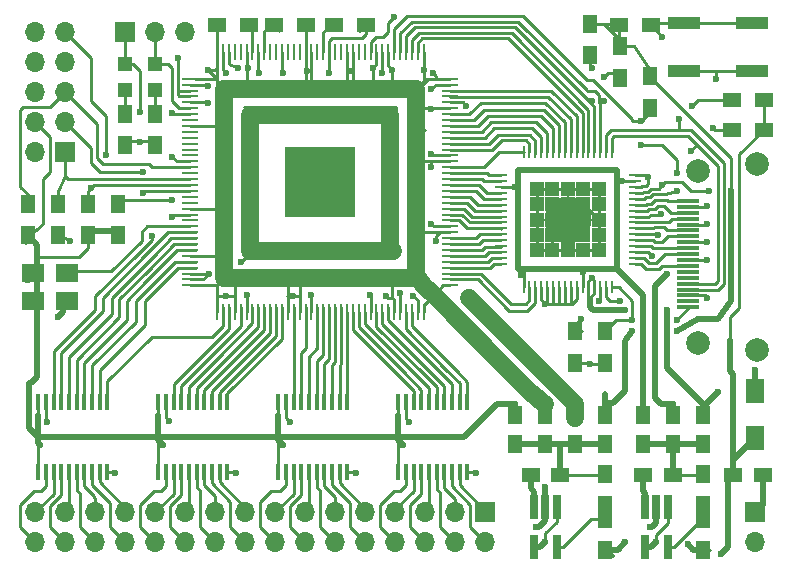
<source format=gtl>
G04 #@! TF.FileFunction,Copper,L1,Top,Signal*
%FSLAX46Y46*%
G04 Gerber Fmt 4.6, Leading zero omitted, Abs format (unit mm)*
G04 Created by KiCad (PCBNEW 4.0.4-stable) date 03/04/17 15:12:17*
%MOMM*%
%LPD*%
G01*
G04 APERTURE LIST*
%ADD10C,0.100000*%
%ADD11R,0.450000X1.450000*%
%ADD12R,1.700000X1.700000*%
%ADD13O,1.700000X1.700000*%
%ADD14R,1.200000X1.200000*%
%ADD15R,0.250000X1.000000*%
%ADD16R,1.000000X0.250000*%
%ADD17R,1.300000X1.300000*%
%ADD18R,0.650000X2.000000*%
%ADD19R,1.500000X1.250000*%
%ADD20R,1.300000X1.500000*%
%ADD21R,1.600000X2.000000*%
%ADD22R,1.250000X1.500000*%
%ADD23R,1.500000X1.300000*%
%ADD24O,1.400000X0.250000*%
%ADD25O,0.250000X1.400000*%
%ADD26R,6.000000X6.000000*%
%ADD27R,2.750000X1.000000*%
%ADD28R,1.950000X1.500000*%
%ADD29C,2.000000*%
%ADD30R,1.900000X0.300000*%
%ADD31C,0.600000*%
%ADD32C,4.000000*%
%ADD33C,0.250000*%
%ADD34C,0.500000*%
%ADD35C,1.500000*%
G04 APERTURE END LIST*
D10*
D11*
X123440000Y-137570000D03*
X124090000Y-137570000D03*
X124740000Y-137570000D03*
X125390000Y-137570000D03*
X126040000Y-137570000D03*
X126690000Y-137570000D03*
X127340000Y-137570000D03*
X127990000Y-137570000D03*
X128640000Y-137570000D03*
X129290000Y-137570000D03*
X129290000Y-131670000D03*
X128640000Y-131670000D03*
X127990000Y-131670000D03*
X127340000Y-131670000D03*
X126690000Y-131670000D03*
X126040000Y-131670000D03*
X125390000Y-131670000D03*
X124740000Y-131670000D03*
X124090000Y-131670000D03*
X123440000Y-131670000D03*
X133600000Y-137570000D03*
X134250000Y-137570000D03*
X134900000Y-137570000D03*
X135550000Y-137570000D03*
X136200000Y-137570000D03*
X136850000Y-137570000D03*
X137500000Y-137570000D03*
X138150000Y-137570000D03*
X138800000Y-137570000D03*
X139450000Y-137570000D03*
X139450000Y-131670000D03*
X138800000Y-131670000D03*
X138150000Y-131670000D03*
X137500000Y-131670000D03*
X136850000Y-131670000D03*
X136200000Y-131670000D03*
X135550000Y-131670000D03*
X134900000Y-131670000D03*
X134250000Y-131670000D03*
X133600000Y-131670000D03*
X143760000Y-137570000D03*
X144410000Y-137570000D03*
X145060000Y-137570000D03*
X145710000Y-137570000D03*
X146360000Y-137570000D03*
X147010000Y-137570000D03*
X147660000Y-137570000D03*
X148310000Y-137570000D03*
X148960000Y-137570000D03*
X149610000Y-137570000D03*
X149610000Y-131670000D03*
X148960000Y-131670000D03*
X148310000Y-131670000D03*
X147660000Y-131670000D03*
X147010000Y-131670000D03*
X146360000Y-131670000D03*
X145710000Y-131670000D03*
X145060000Y-131670000D03*
X144410000Y-131670000D03*
X143760000Y-131670000D03*
X153920000Y-137570000D03*
X154570000Y-137570000D03*
X155220000Y-137570000D03*
X155870000Y-137570000D03*
X156520000Y-137570000D03*
X157170000Y-137570000D03*
X157820000Y-137570000D03*
X158470000Y-137570000D03*
X159120000Y-137570000D03*
X159770000Y-137570000D03*
X159770000Y-131670000D03*
X159120000Y-131670000D03*
X158470000Y-131670000D03*
X157820000Y-131670000D03*
X157170000Y-131670000D03*
X156520000Y-131670000D03*
X155870000Y-131670000D03*
X155220000Y-131670000D03*
X154570000Y-131670000D03*
X153920000Y-131670000D03*
D12*
X161290000Y-140970000D03*
D13*
X161290000Y-143510000D03*
X158750000Y-140970000D03*
X158750000Y-143510000D03*
X156210000Y-140970000D03*
X156210000Y-143510000D03*
X153670000Y-140970000D03*
X153670000Y-143510000D03*
X151130000Y-140970000D03*
X151130000Y-143510000D03*
X148590000Y-140970000D03*
X148590000Y-143510000D03*
X146050000Y-140970000D03*
X146050000Y-143510000D03*
X143510000Y-140970000D03*
X143510000Y-143510000D03*
X140970000Y-140970000D03*
X140970000Y-143510000D03*
X138430000Y-140970000D03*
X138430000Y-143510000D03*
X135890000Y-140970000D03*
X135890000Y-143510000D03*
X133350000Y-140970000D03*
X133350000Y-143510000D03*
X130810000Y-140970000D03*
X130810000Y-143510000D03*
X128270000Y-140970000D03*
X128270000Y-143510000D03*
X125730000Y-140970000D03*
X125730000Y-143510000D03*
X123190000Y-140970000D03*
X123190000Y-143510000D03*
D12*
X125730000Y-110490000D03*
D13*
X123190000Y-110490000D03*
X125730000Y-107950000D03*
X123190000Y-107950000D03*
X125730000Y-105410000D03*
X123190000Y-105410000D03*
X125730000Y-102870000D03*
X123190000Y-102870000D03*
X125730000Y-100330000D03*
X123190000Y-100330000D03*
D14*
X133350000Y-103040000D03*
X133350000Y-105240000D03*
D15*
X164525000Y-121905000D03*
X165025000Y-121905000D03*
X165525000Y-121905000D03*
X166025000Y-121905000D03*
X166525000Y-121905000D03*
X167025000Y-121905000D03*
X167525000Y-121905000D03*
X168025000Y-121905000D03*
X168525000Y-121905000D03*
X169025000Y-121905000D03*
X169525000Y-121905000D03*
X170025000Y-121905000D03*
X170525000Y-121905000D03*
X171025000Y-121905000D03*
X171525000Y-121905000D03*
X172025000Y-121905000D03*
D16*
X173975000Y-119955000D03*
X173975000Y-119455000D03*
X173975000Y-118955000D03*
X173975000Y-118455000D03*
X173975000Y-117955000D03*
X173975000Y-117455000D03*
X173975000Y-116955000D03*
X173975000Y-116455000D03*
X173975000Y-115955000D03*
X173975000Y-115455000D03*
X173975000Y-114955000D03*
X173975000Y-114455000D03*
X173975000Y-113955000D03*
X173975000Y-113455000D03*
X173975000Y-112955000D03*
X173975000Y-112455000D03*
D15*
X172025000Y-110505000D03*
X171525000Y-110505000D03*
X171025000Y-110505000D03*
X170525000Y-110505000D03*
X170025000Y-110505000D03*
X169525000Y-110505000D03*
X169025000Y-110505000D03*
X168525000Y-110505000D03*
X168025000Y-110505000D03*
X167525000Y-110505000D03*
X167025000Y-110505000D03*
X166525000Y-110505000D03*
X166025000Y-110505000D03*
X165525000Y-110505000D03*
X165025000Y-110505000D03*
X164525000Y-110505000D03*
D16*
X162575000Y-112455000D03*
X162575000Y-112955000D03*
X162575000Y-113455000D03*
X162575000Y-113955000D03*
X162575000Y-114455000D03*
X162575000Y-114955000D03*
X162575000Y-115455000D03*
X162575000Y-115955000D03*
X162575000Y-116455000D03*
X162575000Y-116955000D03*
X162575000Y-117455000D03*
X162575000Y-117955000D03*
X162575000Y-118455000D03*
X162575000Y-118955000D03*
X162575000Y-119455000D03*
X162575000Y-119955000D03*
D17*
X165675000Y-118805000D03*
X165675000Y-117505000D03*
X165675000Y-116205000D03*
X165675000Y-114905000D03*
X165675000Y-113605000D03*
X166975000Y-118805000D03*
X166975000Y-117505000D03*
X166975000Y-116205000D03*
X166975000Y-114905000D03*
X166975000Y-113605000D03*
X168275000Y-118805000D03*
X168275000Y-117505000D03*
X168275000Y-116205000D03*
X168275000Y-114905000D03*
X168275000Y-113605000D03*
X169575000Y-118805000D03*
X169575000Y-117505000D03*
X169575000Y-116205000D03*
X169575000Y-114905000D03*
X169575000Y-113605000D03*
X170875000Y-118805000D03*
X170875000Y-117505000D03*
X170875000Y-116205000D03*
X170875000Y-114905000D03*
X170875000Y-113605000D03*
D12*
X184150000Y-140970000D03*
D13*
X184150000Y-143510000D03*
D14*
X130810000Y-103040000D03*
X130810000Y-105240000D03*
D12*
X130810000Y-100330000D03*
D13*
X133350000Y-100330000D03*
X135890000Y-100330000D03*
D18*
X167320000Y-140530000D03*
X166370000Y-140530000D03*
X165420000Y-140530000D03*
X165420000Y-143950000D03*
X167320000Y-143950000D03*
X176718000Y-140530000D03*
X175768000Y-140530000D03*
X174818000Y-140530000D03*
X174818000Y-143950000D03*
X176718000Y-143950000D03*
D19*
X165120000Y-137795000D03*
X167620000Y-137795000D03*
X174645000Y-137795000D03*
X177145000Y-137795000D03*
D20*
X171450000Y-137715000D03*
X171450000Y-140415000D03*
X171450000Y-144225000D03*
X171450000Y-141525000D03*
X179705000Y-137715000D03*
X179705000Y-140415000D03*
X179705000Y-144225000D03*
X179705000Y-141525000D03*
D21*
X184150000Y-134715000D03*
X184150000Y-130715000D03*
D19*
X182265000Y-137795000D03*
X184765000Y-137795000D03*
D22*
X163830000Y-132735000D03*
X163830000Y-135235000D03*
X166370000Y-132735000D03*
X166370000Y-135235000D03*
X168910000Y-132735000D03*
X168910000Y-135235000D03*
X171450000Y-132735000D03*
X171450000Y-135235000D03*
X174625000Y-132735000D03*
X174625000Y-135235000D03*
X177165000Y-132735000D03*
X177165000Y-135235000D03*
X179705000Y-132735000D03*
X179705000Y-135235000D03*
D20*
X133350000Y-107235000D03*
X133350000Y-109935000D03*
X125095000Y-117555000D03*
X125095000Y-114855000D03*
X127635000Y-114855000D03*
X127635000Y-117555000D03*
X122555000Y-114855000D03*
X122555000Y-117555000D03*
X130175000Y-114855000D03*
X130175000Y-117555000D03*
D23*
X141304000Y-99695000D03*
X138604000Y-99695000D03*
X143430000Y-99695000D03*
X146130000Y-99695000D03*
X148510000Y-99695000D03*
X151210000Y-99695000D03*
D20*
X168910000Y-128350000D03*
X168910000Y-125650000D03*
X172720000Y-104220000D03*
X172720000Y-101520000D03*
X170180000Y-102315000D03*
X170180000Y-99615000D03*
X171450000Y-128350000D03*
X171450000Y-125650000D03*
D23*
X182165000Y-106045000D03*
X184865000Y-106045000D03*
X182165000Y-108585000D03*
X184865000Y-108585000D03*
D20*
X175260000Y-106760000D03*
X175260000Y-104060000D03*
X130810000Y-107235000D03*
X130810000Y-109935000D03*
D24*
X136320000Y-104280000D03*
X136320000Y-104780000D03*
X136320000Y-105280000D03*
X136320000Y-105780000D03*
X136320000Y-106280000D03*
X136320000Y-106780000D03*
X136320000Y-107280000D03*
X136320000Y-107780000D03*
X136320000Y-108280000D03*
X136320000Y-108780000D03*
X136320000Y-109280000D03*
X136320000Y-109780000D03*
X136320000Y-110280000D03*
X136320000Y-110780000D03*
X136320000Y-111280000D03*
X136320000Y-111780000D03*
X136320000Y-112280000D03*
X136320000Y-112780000D03*
X136320000Y-113280000D03*
X136320000Y-113780000D03*
X136320000Y-114280000D03*
X136320000Y-114780000D03*
X136320000Y-115280000D03*
X136320000Y-115780000D03*
X136320000Y-116280000D03*
X136320000Y-116780000D03*
X136320000Y-117280000D03*
X136320000Y-117780000D03*
X136320000Y-118280000D03*
X136320000Y-118780000D03*
X136320000Y-119280000D03*
X136320000Y-119780000D03*
X136320000Y-120280000D03*
X136320000Y-120780000D03*
X136320000Y-121280000D03*
X136320000Y-121780000D03*
D25*
X138570000Y-124030000D03*
X139070000Y-124030000D03*
X139570000Y-124030000D03*
X140070000Y-124030000D03*
X140570000Y-124030000D03*
X141070000Y-124030000D03*
X141570000Y-124030000D03*
X142070000Y-124030000D03*
X142570000Y-124030000D03*
X143070000Y-124030000D03*
X143570000Y-124030000D03*
X144070000Y-124030000D03*
X144570000Y-124030000D03*
X145070000Y-124030000D03*
X145570000Y-124030000D03*
X146070000Y-124030000D03*
X146570000Y-124030000D03*
X147070000Y-124030000D03*
X147570000Y-124030000D03*
X148070000Y-124030000D03*
X148570000Y-124030000D03*
X149070000Y-124030000D03*
X149570000Y-124030000D03*
X150070000Y-124030000D03*
X150570000Y-124030000D03*
X151070000Y-124030000D03*
X151570000Y-124030000D03*
X152070000Y-124030000D03*
X152570000Y-124030000D03*
X153070000Y-124030000D03*
X153570000Y-124030000D03*
X154070000Y-124030000D03*
X154570000Y-124030000D03*
X155070000Y-124030000D03*
X155570000Y-124030000D03*
X156070000Y-124030000D03*
D24*
X158320000Y-121780000D03*
X158320000Y-121280000D03*
X158320000Y-120780000D03*
X158320000Y-120280000D03*
X158320000Y-119780000D03*
X158320000Y-119280000D03*
X158320000Y-118780000D03*
X158320000Y-118280000D03*
X158320000Y-117780000D03*
X158320000Y-117280000D03*
X158320000Y-116780000D03*
X158320000Y-116280000D03*
X158320000Y-115780000D03*
X158320000Y-115280000D03*
X158320000Y-114780000D03*
X158320000Y-114280000D03*
X158320000Y-113780000D03*
X158320000Y-113280000D03*
X158320000Y-112780000D03*
X158320000Y-112280000D03*
X158320000Y-111780000D03*
X158320000Y-111280000D03*
X158320000Y-110780000D03*
X158320000Y-110280000D03*
X158320000Y-109780000D03*
X158320000Y-109280000D03*
X158320000Y-108780000D03*
X158320000Y-108280000D03*
X158320000Y-107780000D03*
X158320000Y-107280000D03*
X158320000Y-106780000D03*
X158320000Y-106280000D03*
X158320000Y-105780000D03*
X158320000Y-105280000D03*
X158320000Y-104780000D03*
X158320000Y-104280000D03*
D25*
X156070000Y-102030000D03*
X155570000Y-102030000D03*
X155070000Y-102030000D03*
X154570000Y-102030000D03*
X154070000Y-102030000D03*
X153570000Y-102030000D03*
X153070000Y-102030000D03*
X152570000Y-102030000D03*
X152070000Y-102030000D03*
X151570000Y-102030000D03*
X151070000Y-102030000D03*
X150570000Y-102030000D03*
X150070000Y-102030000D03*
X149570000Y-102030000D03*
X149070000Y-102030000D03*
X148570000Y-102030000D03*
X148070000Y-102030000D03*
X147570000Y-102030000D03*
X147070000Y-102030000D03*
X146570000Y-102030000D03*
X146070000Y-102030000D03*
X145570000Y-102030000D03*
X145070000Y-102030000D03*
X144570000Y-102030000D03*
X144070000Y-102030000D03*
X143570000Y-102030000D03*
X143070000Y-102030000D03*
X142570000Y-102030000D03*
X142070000Y-102030000D03*
X141570000Y-102030000D03*
X141070000Y-102030000D03*
X140570000Y-102030000D03*
X140070000Y-102030000D03*
X139570000Y-102030000D03*
X139070000Y-102030000D03*
X138570000Y-102030000D03*
D26*
X147320000Y-113030000D03*
D27*
X183855000Y-99600000D03*
X178095000Y-99600000D03*
X178095000Y-103600000D03*
X183855000Y-103600000D03*
D23*
X172640000Y-99695000D03*
X175340000Y-99695000D03*
D28*
X123035000Y-123070000D03*
X125885000Y-123070000D03*
X125885000Y-120770000D03*
X123035000Y-120770000D03*
D29*
X184274000Y-127230000D03*
X184274000Y-111530000D03*
X179324000Y-126630000D03*
X179324000Y-112130000D03*
D30*
X178424000Y-114630000D03*
X178424000Y-115130000D03*
X178424000Y-115630000D03*
X178424000Y-116130000D03*
X178424000Y-116630000D03*
X178424000Y-117130000D03*
X178424000Y-117630000D03*
X178424000Y-118130000D03*
X178424000Y-118630000D03*
X178424000Y-119130000D03*
X178424000Y-119630000D03*
X178424000Y-120130000D03*
X178424000Y-120630000D03*
X178424000Y-121130000D03*
X178424000Y-121630000D03*
X178424000Y-122130000D03*
X178424000Y-122630000D03*
X178424000Y-123130000D03*
X178424000Y-123630000D03*
D31*
X133096000Y-117602000D03*
X134747000Y-115951000D03*
X180086000Y-122809000D03*
X180086000Y-119634000D03*
X180086000Y-118110000D03*
X180086000Y-116586000D03*
X180086000Y-115062000D03*
X178435000Y-143637000D03*
X173101000Y-143510000D03*
X126111000Y-117983000D03*
X180848000Y-104267000D03*
X129921000Y-137668000D03*
X125095000Y-124460000D03*
X135255000Y-102489000D03*
D32*
X168275000Y-116205000D03*
X147320000Y-113030000D03*
D31*
X150368000Y-137668000D03*
X140208000Y-137668000D03*
X184150000Y-128905000D03*
X151511000Y-122555000D03*
X159639000Y-106553000D03*
X154813000Y-133350000D03*
X144780000Y-133350000D03*
X134493000Y-133223000D03*
X124206000Y-133350000D03*
X175031400Y-112572800D03*
X175895000Y-117475000D03*
X166370000Y-123317000D03*
X156718000Y-116586000D03*
X140335000Y-103378000D03*
X144145000Y-103759000D03*
X148082000Y-103759000D03*
X152527000Y-103759000D03*
X156718000Y-110617000D03*
X154051000Y-122428000D03*
X146558000Y-122555000D03*
X141097000Y-122555000D03*
X160528000Y-137668000D03*
X142113000Y-103759000D03*
X132080000Y-109601000D03*
X165608000Y-142240000D03*
X175260000Y-142240000D03*
X166370000Y-138811000D03*
X170180000Y-128397000D03*
X132334000Y-112141000D03*
X132334000Y-113919000D03*
X129159000Y-110744000D03*
X127889000Y-113538000D03*
X123571000Y-135255000D03*
X133985000Y-135255000D03*
X144145000Y-135255000D03*
X154305000Y-135255000D03*
X122555000Y-121285000D03*
X163830000Y-131826000D03*
X166370000Y-131826000D03*
X156845000Y-122555000D03*
X152908000Y-122682000D03*
X156083000Y-103505000D03*
X153416000Y-103505000D03*
X149860000Y-103632000D03*
X151765000Y-103378000D03*
X156718000Y-111760000D03*
X156845000Y-103759000D03*
X146177000Y-103632000D03*
X141224000Y-103378000D03*
X157099000Y-117983000D03*
X156718000Y-106807000D03*
X137795000Y-103505000D03*
X139192000Y-108585000D03*
X139700000Y-117475000D03*
X139319000Y-122682000D03*
X145034000Y-122682000D03*
X168910000Y-131826000D03*
X159893000Y-122809000D03*
X153445612Y-118901612D03*
X139319000Y-103759000D03*
X155194000Y-122682000D03*
X137795000Y-106299000D03*
X141478000Y-107315000D03*
X137795000Y-104902000D03*
X153670000Y-106807000D03*
X156718000Y-105156000D03*
X140589000Y-119761000D03*
X137922000Y-120777000D03*
X182118000Y-113792000D03*
X180213000Y-113792000D03*
X176276000Y-113264000D03*
X171450000Y-131699000D03*
X173736000Y-125603000D03*
X177546000Y-125603000D03*
X174625000Y-131826000D03*
X169545000Y-120650000D03*
X172847000Y-112903000D03*
X163830000Y-113411000D03*
X164338000Y-120904000D03*
X181229000Y-144526000D03*
X175768000Y-143510000D03*
X166370000Y-143510000D03*
X176657000Y-120777000D03*
X177165000Y-131826000D03*
X175641000Y-123063000D03*
X172720000Y-123063000D03*
X176149000Y-115697000D03*
X175387000Y-119253000D03*
X170307000Y-121158000D03*
X180975000Y-130810000D03*
X173101000Y-123825000D03*
X176657000Y-123825000D03*
X180594000Y-108458000D03*
X178689000Y-110363000D03*
X177673000Y-107696000D03*
X178816000Y-106553000D03*
X173736000Y-124714000D03*
X177546000Y-124714000D03*
X134747000Y-114554000D03*
X134747000Y-110871000D03*
X134747000Y-107188000D03*
X132080000Y-107061000D03*
X167620000Y-135890000D03*
X177165000Y-136144000D03*
X169418000Y-124587000D03*
X170942000Y-123063000D03*
X171323000Y-104140000D03*
X171323000Y-106172000D03*
X170307000Y-103378000D03*
X170307000Y-106172000D03*
X174498000Y-109855000D03*
X174498000Y-107823000D03*
X177546000Y-112268000D03*
X177546000Y-113792000D03*
X153543000Y-99060000D03*
X176276000Y-100711000D03*
D33*
X124090000Y-137570000D02*
X124090000Y-138800000D01*
X121920000Y-142240000D02*
X123190000Y-143510000D01*
X121920000Y-140335000D02*
X121920000Y-142240000D01*
X123063000Y-139192000D02*
X121920000Y-140335000D01*
X123698000Y-139192000D02*
X123063000Y-139192000D01*
X124090000Y-138800000D02*
X123698000Y-139192000D01*
X124740000Y-137570000D02*
X124740000Y-139420000D01*
X124740000Y-139420000D02*
X123190000Y-140970000D01*
X125390000Y-137570000D02*
X125390000Y-139532000D01*
X124460000Y-142240000D02*
X125730000Y-143510000D01*
X124460000Y-140462000D02*
X124460000Y-142240000D01*
X125390000Y-139532000D02*
X124460000Y-140462000D01*
X126040000Y-137570000D02*
X126040000Y-140660000D01*
X126040000Y-140660000D02*
X125730000Y-140970000D01*
X126690000Y-137570000D02*
X126690000Y-139136000D01*
X127000000Y-142240000D02*
X128270000Y-143510000D01*
X127000000Y-139446000D02*
X127000000Y-142240000D01*
X126690000Y-139136000D02*
X127000000Y-139446000D01*
X127340000Y-137570000D02*
X127340000Y-138770000D01*
X128270000Y-139827000D02*
X128270000Y-140970000D01*
X128143000Y-139700000D02*
X128270000Y-139827000D01*
X128143000Y-139573000D02*
X128143000Y-139700000D01*
X127340000Y-138770000D02*
X128143000Y-139573000D01*
X127990000Y-137570000D02*
X127990000Y-138658000D01*
X129540000Y-142240000D02*
X130810000Y-143510000D01*
X129540000Y-140208000D02*
X129540000Y-142240000D01*
X127990000Y-138658000D02*
X129540000Y-140208000D01*
X128640000Y-137570000D02*
X128640000Y-138419000D01*
X128640000Y-138419000D02*
X130810000Y-140589000D01*
X130810000Y-140589000D02*
X130810000Y-140970000D01*
X139070000Y-123580000D02*
X139070000Y-125217000D01*
X138176000Y-126111000D02*
X137160000Y-126111000D01*
X139070000Y-125217000D02*
X138176000Y-126111000D01*
X129290000Y-131670000D02*
X129290000Y-129917000D01*
X133096000Y-126111000D02*
X137160000Y-126111000D01*
X129290000Y-129917000D02*
X133096000Y-126111000D01*
X128640000Y-131670000D02*
X128640000Y-128916000D01*
X135244000Y-120280000D02*
X136770000Y-120280000D01*
X135244000Y-120280000D02*
X133223000Y-122301000D01*
X132461000Y-123063000D02*
X133223000Y-122301000D01*
X132461000Y-125095000D02*
X132461000Y-123063000D01*
X128640000Y-128916000D02*
X132461000Y-125095000D01*
X127990000Y-131670000D02*
X127990000Y-128550000D01*
X134982000Y-119780000D02*
X136770000Y-119780000D01*
X134982000Y-119780000D02*
X132969000Y-121793000D01*
X131699000Y-123063000D02*
X132969000Y-121793000D01*
X131699000Y-124841000D02*
X131699000Y-123063000D01*
X127990000Y-128550000D02*
X131699000Y-124841000D01*
X127340000Y-131670000D02*
X127340000Y-128311000D01*
X135220000Y-118780000D02*
X136770000Y-118780000D01*
X135220000Y-118780000D02*
X132588000Y-121412000D01*
X130937000Y-123063000D02*
X132588000Y-121412000D01*
X130937000Y-124714000D02*
X130937000Y-123063000D01*
X127340000Y-128311000D02*
X130937000Y-124714000D01*
X126690000Y-131670000D02*
X126690000Y-128072000D01*
X134958000Y-118280000D02*
X136770000Y-118280000D01*
X134958000Y-118280000D02*
X132715000Y-120523000D01*
X130302000Y-122936000D02*
X132715000Y-120523000D01*
X130302000Y-124460000D02*
X130302000Y-122936000D01*
X126690000Y-128072000D02*
X130302000Y-124460000D01*
X126746000Y-131614000D02*
X126690000Y-131670000D01*
X126040000Y-131670000D02*
X126040000Y-127833000D01*
X134696000Y-117780000D02*
X136770000Y-117780000D01*
X134696000Y-117780000D02*
X133223000Y-119253000D01*
X129667000Y-122809000D02*
X133223000Y-119253000D01*
X129667000Y-124206000D02*
X129667000Y-122809000D01*
X126040000Y-127833000D02*
X129667000Y-124206000D01*
X125390000Y-131670000D02*
X125390000Y-127467000D01*
X134434000Y-117280000D02*
X136770000Y-117280000D01*
X134434000Y-117280000D02*
X132651500Y-119062500D01*
X128905000Y-122809000D02*
X132651500Y-119062500D01*
X128905000Y-123952000D02*
X128905000Y-122809000D01*
X125390000Y-127467000D02*
X128905000Y-123952000D01*
X124740000Y-131670000D02*
X124740000Y-127355000D01*
X133032500Y-117665500D02*
X133096000Y-117602000D01*
X134747000Y-115951000D02*
X134918000Y-115780000D01*
X134918000Y-115780000D02*
X136320000Y-115780000D01*
X133032500Y-117919500D02*
X131953000Y-118999000D01*
X133032500Y-117919500D02*
X133032500Y-117665500D01*
X128270000Y-122682000D02*
X131953000Y-118999000D01*
X128270000Y-123825000D02*
X128270000Y-122682000D01*
X124740000Y-127355000D02*
X128270000Y-123825000D01*
X134250000Y-137570000D02*
X134250000Y-138800000D01*
X132080000Y-142240000D02*
X133350000Y-143510000D01*
X132080000Y-140335000D02*
X132080000Y-142240000D01*
X133223000Y-139192000D02*
X132080000Y-140335000D01*
X133858000Y-139192000D02*
X133223000Y-139192000D01*
X134250000Y-138800000D02*
X133858000Y-139192000D01*
X134900000Y-137570000D02*
X134900000Y-139420000D01*
X134900000Y-139420000D02*
X133350000Y-140970000D01*
X135550000Y-137570000D02*
X135550000Y-139532000D01*
X134620000Y-142240000D02*
X135890000Y-143510000D01*
X134620000Y-140462000D02*
X134620000Y-142240000D01*
X135550000Y-139532000D02*
X134620000Y-140462000D01*
X136200000Y-137570000D02*
X136200000Y-140660000D01*
X136200000Y-140660000D02*
X135890000Y-140970000D01*
X136850000Y-137570000D02*
X136850000Y-138882000D01*
X137160000Y-142240000D02*
X138430000Y-143510000D01*
X137160000Y-139192000D02*
X137160000Y-142240000D01*
X136850000Y-138882000D02*
X137160000Y-139192000D01*
X137500000Y-137570000D02*
X137500000Y-138643000D01*
X138430000Y-139573000D02*
X138430000Y-140970000D01*
X137500000Y-138643000D02*
X138430000Y-139573000D01*
X138150000Y-137570000D02*
X138150000Y-138531000D01*
X139700000Y-142240000D02*
X140970000Y-143510000D01*
X139700000Y-140081000D02*
X139700000Y-142240000D01*
X138150000Y-138531000D02*
X139700000Y-140081000D01*
X138800000Y-137570000D02*
X138800000Y-138419000D01*
X138800000Y-138419000D02*
X140970000Y-140589000D01*
X140970000Y-140589000D02*
X140970000Y-140970000D01*
X144070000Y-123580000D02*
X144070000Y-126313000D01*
X139450000Y-130933000D02*
X139450000Y-131670000D01*
X144070000Y-126313000D02*
X139450000Y-130933000D01*
X143570000Y-123580000D02*
X143570000Y-126051000D01*
X138800000Y-130821000D02*
X141160500Y-128460500D01*
X138800000Y-130821000D02*
X138800000Y-131670000D01*
X143570000Y-126051000D02*
X141160500Y-128460500D01*
X143070000Y-123580000D02*
X143070000Y-125789000D01*
X138150000Y-130709000D02*
X140398500Y-128460500D01*
X138150000Y-130709000D02*
X138150000Y-131670000D01*
X143070000Y-125789000D02*
X140398500Y-128460500D01*
X142570000Y-123580000D02*
X142570000Y-125527000D01*
X137500000Y-130597000D02*
X139065000Y-129032000D01*
X137500000Y-130597000D02*
X137500000Y-131670000D01*
X142570000Y-125527000D02*
X139065000Y-129032000D01*
X142070000Y-123580000D02*
X142070000Y-125265000D01*
X136850000Y-130485000D02*
X138366500Y-128968500D01*
X136850000Y-130485000D02*
X136850000Y-131670000D01*
X142070000Y-125265000D02*
X138366500Y-128968500D01*
X141570000Y-123580000D02*
X141570000Y-125003000D01*
X136200000Y-130373000D02*
X138620500Y-127952500D01*
X136200000Y-130373000D02*
X136200000Y-131670000D01*
X141570000Y-125003000D02*
X138620500Y-127952500D01*
X140570000Y-123580000D02*
X140570000Y-125241000D01*
X135550000Y-130261000D02*
X136779000Y-129032000D01*
X135550000Y-130261000D02*
X135550000Y-131670000D01*
X140570000Y-125241000D02*
X136779000Y-129032000D01*
X134900000Y-130149000D02*
X136398000Y-128651000D01*
X134900000Y-130149000D02*
X134900000Y-131670000D01*
X139570000Y-125479000D02*
X136398000Y-128651000D01*
X139570000Y-123580000D02*
X139570000Y-125479000D01*
X144410000Y-137570000D02*
X144410000Y-138673000D01*
X142240000Y-142240000D02*
X143510000Y-143510000D01*
X142240000Y-140081000D02*
X142240000Y-142240000D01*
X143129000Y-139192000D02*
X142240000Y-140081000D01*
X143891000Y-139192000D02*
X143129000Y-139192000D01*
X144410000Y-138673000D02*
X143891000Y-139192000D01*
X145060000Y-137570000D02*
X145060000Y-139420000D01*
X145060000Y-139420000D02*
X143510000Y-140970000D01*
X145710000Y-137570000D02*
X145710000Y-139532000D01*
X144780000Y-142240000D02*
X146050000Y-143510000D01*
X144780000Y-140462000D02*
X144780000Y-142240000D01*
X145710000Y-139532000D02*
X144780000Y-140462000D01*
X146360000Y-137570000D02*
X146360000Y-140660000D01*
X146360000Y-140660000D02*
X146050000Y-140970000D01*
X147010000Y-137570000D02*
X147010000Y-138882000D01*
X147320000Y-142240000D02*
X148590000Y-143510000D01*
X147320000Y-139192000D02*
X147320000Y-142240000D01*
X147010000Y-138882000D02*
X147320000Y-139192000D01*
X147660000Y-137570000D02*
X147660000Y-138770000D01*
X148590000Y-139700000D02*
X148590000Y-140970000D01*
X147660000Y-138770000D02*
X148590000Y-139700000D01*
X148310000Y-137570000D02*
X148310000Y-138658000D01*
X149860000Y-142240000D02*
X151130000Y-143510000D01*
X149860000Y-140208000D02*
X149860000Y-142240000D01*
X148310000Y-138658000D02*
X149860000Y-140208000D01*
X148960000Y-137570000D02*
X148960000Y-138546000D01*
X148960000Y-138546000D02*
X151130000Y-140716000D01*
X151130000Y-140716000D02*
X151130000Y-140970000D01*
X149570000Y-124030000D02*
X149570000Y-129758000D01*
X149610000Y-129798000D02*
X149610000Y-131670000D01*
X149570000Y-129758000D02*
X149610000Y-129798000D01*
X149070000Y-123580000D02*
X149070000Y-128425000D01*
X148960000Y-128535000D02*
X148960000Y-131670000D01*
X149070000Y-128425000D02*
X148960000Y-128535000D01*
X148570000Y-123580000D02*
X148570000Y-128290000D01*
X148310000Y-128550000D02*
X148310000Y-131670000D01*
X148570000Y-128290000D02*
X148310000Y-128550000D01*
X148070000Y-123580000D02*
X148070000Y-128028000D01*
X147660000Y-128438000D02*
X147660000Y-131670000D01*
X148070000Y-128028000D02*
X147660000Y-128438000D01*
X147570000Y-123580000D02*
X147570000Y-127639000D01*
X147010000Y-128199000D02*
X147010000Y-131670000D01*
X147570000Y-127639000D02*
X147010000Y-128199000D01*
X147070000Y-123580000D02*
X147070000Y-127123000D01*
X146360000Y-127833000D02*
X146360000Y-131670000D01*
X147070000Y-127123000D02*
X146360000Y-127833000D01*
X146070000Y-123580000D02*
X146070000Y-127107000D01*
X145710000Y-127467000D02*
X145710000Y-131670000D01*
X146070000Y-127107000D02*
X145710000Y-127467000D01*
X145070000Y-131660000D02*
X145060000Y-131670000D01*
X145070000Y-123580000D02*
X145070000Y-131660000D01*
X154570000Y-137570000D02*
X154570000Y-138673000D01*
X152400000Y-142240000D02*
X153670000Y-143510000D01*
X152400000Y-140335000D02*
X152400000Y-142240000D01*
X153543000Y-139192000D02*
X152400000Y-140335000D01*
X154051000Y-139192000D02*
X153543000Y-139192000D01*
X154570000Y-138673000D02*
X154051000Y-139192000D01*
X155220000Y-137570000D02*
X155220000Y-139166000D01*
X155220000Y-139166000D02*
X153670000Y-140716000D01*
X153670000Y-140716000D02*
X153670000Y-140970000D01*
X153670000Y-140970000D02*
X153670000Y-140335000D01*
X155870000Y-137570000D02*
X155870000Y-139405000D01*
X154940000Y-142240000D02*
X156210000Y-143510000D01*
X154940000Y-140335000D02*
X154940000Y-142240000D01*
X155870000Y-139405000D02*
X154940000Y-140335000D01*
X156520000Y-137570000D02*
X156520000Y-140660000D01*
X156520000Y-140660000D02*
X156210000Y-140970000D01*
X155885000Y-140645000D02*
X156210000Y-140970000D01*
X156520000Y-140660000D02*
X156210000Y-140970000D01*
X156210000Y-140335000D02*
X156210000Y-140970000D01*
X157170000Y-137570000D02*
X157170000Y-139009000D01*
X157480000Y-142240000D02*
X158750000Y-143510000D01*
X157480000Y-139319000D02*
X157480000Y-142240000D01*
X157170000Y-139009000D02*
X157480000Y-139319000D01*
X157820000Y-137570000D02*
X157820000Y-138897000D01*
X158750000Y-139827000D02*
X158750000Y-140970000D01*
X157820000Y-138897000D02*
X158750000Y-139827000D01*
X158750000Y-140970000D02*
X158750000Y-140335000D01*
X158470000Y-137570000D02*
X158470000Y-138785000D01*
X160020000Y-140335000D02*
X160020000Y-142240000D01*
X160020000Y-142240000D02*
X161290000Y-143510000D01*
X158470000Y-138785000D02*
X160020000Y-140335000D01*
X159120000Y-137570000D02*
X159120000Y-138673000D01*
X159120000Y-138673000D02*
X161290000Y-140843000D01*
X161290000Y-140843000D02*
X161290000Y-140970000D01*
X155070000Y-124030000D02*
X155070000Y-125225000D01*
X159770000Y-129925000D02*
X158877000Y-129032000D01*
X159770000Y-129925000D02*
X159770000Y-131670000D01*
X155070000Y-125225000D02*
X158877000Y-129032000D01*
X154570000Y-124030000D02*
X154570000Y-125487000D01*
X159120000Y-130037000D02*
X157988000Y-128905000D01*
X159120000Y-130037000D02*
X159120000Y-131670000D01*
X154570000Y-125487000D02*
X157988000Y-128905000D01*
X158470000Y-130149000D02*
X157353000Y-129032000D01*
X158470000Y-130149000D02*
X158470000Y-131670000D01*
X153070000Y-124030000D02*
X153070000Y-124749000D01*
X153070000Y-124749000D02*
X157353000Y-129032000D01*
X153070000Y-123580000D02*
X153070000Y-124622000D01*
X152570000Y-124030000D02*
X152570000Y-125011000D01*
X157820000Y-130261000D02*
X156718000Y-129159000D01*
X157820000Y-130261000D02*
X157820000Y-131670000D01*
X152570000Y-125011000D02*
X156718000Y-129159000D01*
X152070000Y-124030000D02*
X152070000Y-125273000D01*
X157170000Y-130373000D02*
X156083000Y-129286000D01*
X157170000Y-130373000D02*
X157170000Y-131670000D01*
X152070000Y-125273000D02*
X156083000Y-129286000D01*
X151070000Y-124030000D02*
X151070000Y-125035000D01*
X156520000Y-130485000D02*
X155067000Y-129032000D01*
X156520000Y-130485000D02*
X156520000Y-131670000D01*
X151070000Y-125035000D02*
X155067000Y-129032000D01*
X150570000Y-124030000D02*
X150570000Y-125297000D01*
X155870000Y-130597000D02*
X154305000Y-129032000D01*
X155870000Y-130597000D02*
X155870000Y-131670000D01*
X150570000Y-125297000D02*
X154305000Y-129032000D01*
X150070000Y-124030000D02*
X150070000Y-125559000D01*
X155220000Y-130709000D02*
X153543000Y-129032000D01*
X155220000Y-130709000D02*
X155220000Y-131670000D01*
X150070000Y-125559000D02*
X153543000Y-129032000D01*
X158320000Y-121280000D02*
X160650000Y-121280000D01*
X165525000Y-123273000D02*
X165525000Y-121905000D01*
X164846000Y-123952000D02*
X165525000Y-123273000D01*
X163322000Y-123952000D02*
X164846000Y-123952000D01*
X160650000Y-121280000D02*
X163322000Y-123952000D01*
X158320000Y-120780000D02*
X160912000Y-120780000D01*
X165025000Y-123011000D02*
X165025000Y-121905000D01*
X164719000Y-123317000D02*
X165025000Y-123011000D01*
X163449000Y-123317000D02*
X164719000Y-123317000D01*
X160912000Y-120780000D02*
X163449000Y-123317000D01*
X158320000Y-120280000D02*
X161660000Y-120280000D01*
X161985000Y-119955000D02*
X162575000Y-119955000D01*
X161660000Y-120280000D02*
X161985000Y-119955000D01*
X158320000Y-119780000D02*
X161523602Y-119780000D01*
X161848602Y-119455000D02*
X162575000Y-119455000D01*
X161523602Y-119780000D02*
X161848602Y-119455000D01*
X158320000Y-119280000D02*
X161263000Y-119280000D01*
X161588000Y-118955000D02*
X162575000Y-118955000D01*
X161263000Y-119280000D02*
X161588000Y-118955000D01*
X158320000Y-118780000D02*
X161001000Y-118780000D01*
X161276002Y-118504998D02*
X162575000Y-118504998D01*
X161001000Y-118780000D02*
X161276002Y-118504998D01*
X162575000Y-118504998D02*
X162575000Y-118455000D01*
X158320000Y-118280000D02*
X160739000Y-118280000D01*
X161064000Y-117955000D02*
X162575000Y-117955000D01*
X160739000Y-118280000D02*
X161064000Y-117955000D01*
X158320000Y-117780000D02*
X160477000Y-117780000D01*
X160802000Y-117455000D02*
X162575000Y-117455000D01*
X160477000Y-117780000D02*
X160802000Y-117455000D01*
X158320000Y-116280000D02*
X159079000Y-116280000D01*
X159754000Y-116955000D02*
X162575000Y-116955000D01*
X159079000Y-116280000D02*
X159754000Y-116955000D01*
X162575000Y-117004998D02*
X162575000Y-116955000D01*
X162587000Y-116967000D02*
X162575000Y-116955000D01*
X158320000Y-115780000D02*
X159341000Y-115780000D01*
X160016000Y-116455000D02*
X162575000Y-116455000D01*
X159341000Y-115780000D02*
X160016000Y-116455000D01*
X158320000Y-115280000D02*
X159477398Y-115280000D01*
X160152398Y-115955000D02*
X162575000Y-115955000D01*
X159477398Y-115280000D02*
X160152398Y-115955000D01*
X162579000Y-115951000D02*
X162575000Y-115955000D01*
X158320000Y-114780000D02*
X159738000Y-114780000D01*
X160413000Y-115455000D02*
X162575000Y-115455000D01*
X159738000Y-114780000D02*
X160413000Y-115455000D01*
X159365000Y-114280000D02*
X160000000Y-114280000D01*
X162575000Y-114955000D02*
X160675000Y-114955000D01*
X159365000Y-114280000D02*
X158320000Y-114280000D01*
X160000000Y-114280000D02*
X160675000Y-114955000D01*
X159627000Y-113780000D02*
X160516000Y-113780000D01*
X158320000Y-113780000D02*
X159627000Y-113780000D01*
X161191000Y-114455000D02*
X162575000Y-114455000D01*
X160516000Y-113780000D02*
X161191000Y-114455000D01*
X160524000Y-113280000D02*
X160778000Y-113280000D01*
X158320000Y-113280000D02*
X160524000Y-113280000D01*
X161453000Y-113955000D02*
X162575000Y-113955000D01*
X160778000Y-113280000D02*
X161453000Y-113955000D01*
X158320000Y-112780000D02*
X161040000Y-112780000D01*
X161215000Y-112955000D02*
X162575000Y-112955000D01*
X161040000Y-112780000D02*
X161215000Y-112955000D01*
X158320000Y-112280000D02*
X161429000Y-112280000D01*
X161604000Y-112455000D02*
X162575000Y-112455000D01*
X161429000Y-112280000D02*
X161604000Y-112455000D01*
X162493000Y-112455000D02*
X162575000Y-112455000D01*
X158320000Y-111780000D02*
X161143000Y-111780000D01*
X162418000Y-110505000D02*
X164525000Y-110505000D01*
X161143000Y-111780000D02*
X162418000Y-110505000D01*
X158325000Y-111775000D02*
X158320000Y-111780000D01*
X165025000Y-110505000D02*
X165025000Y-109780000D01*
X165025000Y-109780000D02*
X164719000Y-109474000D01*
X161881000Y-110280000D02*
X158320000Y-110280000D01*
X162687000Y-109474000D02*
X161881000Y-110280000D01*
X164719000Y-109474000D02*
X162687000Y-109474000D01*
X165525000Y-110505000D02*
X165525000Y-109518000D01*
X165525000Y-109518000D02*
X165030998Y-109023998D01*
X165525000Y-110661000D02*
X165525000Y-110505000D01*
X161619000Y-109780000D02*
X158320000Y-109780000D01*
X162375002Y-109023998D02*
X161619000Y-109780000D01*
X165030998Y-109023998D02*
X162375002Y-109023998D01*
X166025000Y-110505000D02*
X166025000Y-109256000D01*
X166025000Y-109256000D02*
X165227000Y-108458000D01*
X166025000Y-110505000D02*
X166025000Y-110399000D01*
X161230000Y-109280000D02*
X158320000Y-109280000D01*
X162052000Y-108458000D02*
X161230000Y-109280000D01*
X165227000Y-108458000D02*
X162052000Y-108458000D01*
X166525000Y-110505000D02*
X166525000Y-108867000D01*
X160968000Y-108780000D02*
X158320000Y-108780000D01*
X161798000Y-107950000D02*
X160968000Y-108780000D01*
X165608000Y-107950000D02*
X161798000Y-107950000D01*
X166525000Y-108867000D02*
X165608000Y-107950000D01*
X166525000Y-110505000D02*
X166525000Y-110137000D01*
X167025000Y-110505000D02*
X167025000Y-108478000D01*
X160706000Y-108280000D02*
X158320000Y-108280000D01*
X161544000Y-107442000D02*
X160706000Y-108280000D01*
X165989000Y-107442000D02*
X161544000Y-107442000D01*
X167025000Y-108478000D02*
X165989000Y-107442000D01*
X167525000Y-110505000D02*
X167525000Y-108216000D01*
X167525000Y-108216000D02*
X166243000Y-106934000D01*
X160317000Y-107780000D02*
X158320000Y-107780000D01*
X161163000Y-106934000D02*
X160317000Y-107780000D01*
X166243000Y-106934000D02*
X161163000Y-106934000D01*
X158320000Y-107280000D02*
X159928000Y-107280000D01*
X159928000Y-107280000D02*
X160020000Y-107188000D01*
X168025000Y-110505000D02*
X168025000Y-107954000D01*
X168025000Y-107954000D02*
X166370000Y-106299000D01*
X160909000Y-106299000D02*
X160020000Y-107188000D01*
X166370000Y-106299000D02*
X160909000Y-106299000D01*
X168525000Y-110505000D02*
X168525000Y-107692000D01*
X166624000Y-105791000D02*
X158331000Y-105791000D01*
X168525000Y-107692000D02*
X166624000Y-105791000D01*
X158331000Y-105791000D02*
X158320000Y-105780000D01*
X169025000Y-110505000D02*
X169025000Y-107430000D01*
X166875000Y-105280000D02*
X158320000Y-105280000D01*
X169025000Y-107430000D02*
X166875000Y-105280000D01*
X163195000Y-100838000D02*
X169525000Y-107168000D01*
X163195000Y-100838000D02*
X157226000Y-100838000D01*
X155570000Y-102030000D02*
X155570000Y-101224000D01*
X155956000Y-100838000D02*
X157226000Y-100838000D01*
X155570000Y-101224000D02*
X155956000Y-100838000D01*
X169525000Y-107168000D02*
X169525000Y-110505000D01*
X170025000Y-106906000D02*
X163506998Y-100387998D01*
X155070000Y-100962000D02*
X155644002Y-100387998D01*
X155644002Y-100387998D02*
X163506998Y-100387998D01*
X170025000Y-110505000D02*
X170025000Y-106906000D01*
X155070000Y-100962000D02*
X155070000Y-102030000D01*
X136320000Y-112780000D02*
X125988000Y-112780000D01*
X125988000Y-112780000D02*
X125730000Y-112522000D01*
X125095000Y-114855000D02*
X125095000Y-113792000D01*
X125730000Y-112522000D02*
X125730000Y-110490000D01*
X125095000Y-113792000D02*
X125730000Y-112522000D01*
X125980000Y-110240000D02*
X125730000Y-110490000D01*
X125095000Y-115255000D02*
X125095000Y-114300000D01*
X178678000Y-122630000D02*
X179907000Y-122630000D01*
X179907000Y-122630000D02*
X180086000Y-122809000D01*
X178678000Y-119630000D02*
X180082000Y-119630000D01*
X180082000Y-119630000D02*
X180086000Y-119634000D01*
X178678000Y-118130000D02*
X180066000Y-118130000D01*
X180066000Y-118130000D02*
X180086000Y-118110000D01*
X178678000Y-116630000D02*
X180042000Y-116630000D01*
X180042000Y-116630000D02*
X180086000Y-116586000D01*
X178678000Y-115130000D02*
X180018000Y-115130000D01*
X180018000Y-115130000D02*
X180086000Y-115062000D01*
D34*
X179705000Y-144225000D02*
X178896000Y-144225000D01*
X178896000Y-144225000D02*
X178435000Y-143637000D01*
X171450000Y-144225000D02*
X172513000Y-144225000D01*
X172513000Y-144225000D02*
X173101000Y-143510000D01*
D33*
X125095000Y-117555000D02*
X125302000Y-117555000D01*
X125302000Y-117555000D02*
X126111000Y-117983000D01*
X124921000Y-117729000D02*
X125095000Y-117555000D01*
X124921000Y-117729000D02*
X125095000Y-117555000D01*
X166975000Y-118805000D02*
X166975000Y-117505000D01*
X166975000Y-117505000D02*
X166975000Y-116205000D01*
X166975000Y-116205000D02*
X166975000Y-114905000D01*
X166975000Y-114905000D02*
X168275000Y-114905000D01*
X168275000Y-114905000D02*
X169575000Y-114905000D01*
X169575000Y-114905000D02*
X169575000Y-116205000D01*
X169575000Y-116205000D02*
X169575000Y-117505000D01*
X169575000Y-117505000D02*
X168275000Y-117505000D01*
X168275000Y-117505000D02*
X166975000Y-117505000D01*
X166975000Y-117505000D02*
X168275000Y-116205000D01*
X165675000Y-113605000D02*
X166975000Y-113605000D01*
X166975000Y-113605000D02*
X168275000Y-113605000D01*
X168275000Y-113605000D02*
X169575000Y-113605000D01*
X169575000Y-113605000D02*
X170875000Y-113605000D01*
X170875000Y-113605000D02*
X170875000Y-114905000D01*
X170875000Y-114905000D02*
X170875000Y-116205000D01*
X170875000Y-116205000D02*
X170875000Y-117505000D01*
X170875000Y-117505000D02*
X170875000Y-118805000D01*
X170875000Y-118805000D02*
X169575000Y-118805000D01*
X169575000Y-118805000D02*
X168275000Y-118805000D01*
X168275000Y-118805000D02*
X166975000Y-118805000D01*
X166975000Y-118805000D02*
X165675000Y-118805000D01*
X165675000Y-118805000D02*
X165675000Y-117505000D01*
X165675000Y-117505000D02*
X165675000Y-116205000D01*
X165675000Y-116205000D02*
X165675000Y-114905000D01*
X165675000Y-114905000D02*
X165675000Y-113605000D01*
X180848000Y-103600000D02*
X180848000Y-104267000D01*
X178095000Y-103600000D02*
X180848000Y-103600000D01*
X180848000Y-103600000D02*
X183855000Y-103600000D01*
X148070000Y-102030000D02*
X148070000Y-101104000D01*
X151210000Y-100504000D02*
X151210000Y-99695000D01*
X150876000Y-100838000D02*
X151210000Y-100504000D01*
X148336000Y-100838000D02*
X150876000Y-100838000D01*
X148070000Y-101104000D02*
X148336000Y-100838000D01*
X129290000Y-137570000D02*
X129823000Y-137570000D01*
X129823000Y-137570000D02*
X129921000Y-137668000D01*
D34*
X125560000Y-122770000D02*
X125560000Y-123995000D01*
X125560000Y-123995000D02*
X125095000Y-124460000D01*
D33*
X179705000Y-144225000D02*
X180293000Y-144225000D01*
X171450000Y-144225000D02*
X171657000Y-144225000D01*
X171657000Y-144225000D02*
X172085000Y-144653000D01*
X135277000Y-102892000D02*
X135277000Y-102511000D01*
X135277000Y-105432000D02*
X135277000Y-102892000D01*
X135277000Y-102511000D02*
X135255000Y-102489000D01*
X170875000Y-116205000D02*
X170875000Y-117505000D01*
X170875000Y-116205000D02*
X169575000Y-114905000D01*
X150270000Y-137570000D02*
X150368000Y-137668000D01*
X149610000Y-137570000D02*
X150270000Y-137570000D01*
X140110000Y-137570000D02*
X140208000Y-137668000D01*
X139450000Y-137570000D02*
X140110000Y-137570000D01*
D34*
X184150000Y-130715000D02*
X184150000Y-128905000D01*
D33*
X151570000Y-124030000D02*
X151570000Y-122614000D01*
X151570000Y-122614000D02*
X151511000Y-122555000D01*
X158320000Y-106280000D02*
X159366000Y-106280000D01*
X159366000Y-106280000D02*
X159639000Y-106553000D01*
D34*
X166370000Y-140530000D02*
X166370000Y-141732000D01*
X166370000Y-141732000D02*
X165862000Y-142240000D01*
X175768000Y-140530000D02*
X175768000Y-141859000D01*
X175768000Y-141859000D02*
X175387000Y-142240000D01*
D33*
X136320000Y-105780000D02*
X135393000Y-105780000D01*
X135429000Y-105280000D02*
X136320000Y-105280000D01*
X135277000Y-105432000D02*
X135429000Y-105280000D01*
X135277000Y-105664000D02*
X135277000Y-105432000D01*
X135393000Y-105780000D02*
X135277000Y-105664000D01*
X154570000Y-131670000D02*
X154570000Y-133107000D01*
X154570000Y-133107000D02*
X154813000Y-133350000D01*
X144410000Y-131670000D02*
X144410000Y-132980000D01*
X144410000Y-132980000D02*
X144780000Y-133350000D01*
X134250000Y-131670000D02*
X134250000Y-132980000D01*
X134250000Y-132980000D02*
X134493000Y-133223000D01*
X124090000Y-131670000D02*
X124090000Y-133234000D01*
X124090000Y-133234000D02*
X124206000Y-133350000D01*
X173975000Y-112455000D02*
X174913600Y-112455000D01*
X174479400Y-113455000D02*
X174530300Y-113404100D01*
X174530300Y-113404100D02*
X174860500Y-113404100D01*
X174860500Y-113404100D02*
X175031400Y-113233200D01*
X175031400Y-113233200D02*
X175031400Y-112572800D01*
X174479400Y-113455000D02*
X173975000Y-113455000D01*
X174913600Y-112455000D02*
X175031400Y-112572800D01*
X173975000Y-117455000D02*
X175875000Y-117455000D01*
X175875000Y-117455000D02*
X175895000Y-117475000D01*
X167025000Y-121905000D02*
X167025000Y-123317000D01*
X167025000Y-123317000D02*
X167005000Y-123317000D01*
X167525000Y-121905000D02*
X167525000Y-123317000D01*
X167525000Y-123317000D02*
X167513000Y-123317000D01*
X168025000Y-121905000D02*
X168025000Y-123317000D01*
X168025000Y-123317000D02*
X168021000Y-123317000D01*
X168525000Y-121905000D02*
X168525000Y-123317000D01*
X168525000Y-123317000D02*
X168402000Y-123317000D01*
X166525000Y-121905000D02*
X166525000Y-123162000D01*
X166525000Y-123162000D02*
X166370000Y-123317000D01*
X166370000Y-123317000D02*
X167005000Y-123317000D01*
X167005000Y-123317000D02*
X167513000Y-123317000D01*
X167513000Y-123317000D02*
X168021000Y-123317000D01*
X168021000Y-123317000D02*
X168402000Y-123317000D01*
X168402000Y-123317000D02*
X168656000Y-123317000D01*
X168656000Y-123317000D02*
X169025000Y-122948000D01*
X169025000Y-122948000D02*
X169025000Y-121905000D01*
X166025000Y-121905000D02*
X166025000Y-122972000D01*
X166025000Y-122972000D02*
X166370000Y-123317000D01*
X158320000Y-116780000D02*
X156912000Y-116780000D01*
X156912000Y-116780000D02*
X156718000Y-116586000D01*
X139570000Y-102030000D02*
X139570000Y-102994000D01*
X139570000Y-102994000D02*
X140335000Y-103378000D01*
X144070000Y-102030000D02*
X144070000Y-103684000D01*
X144070000Y-103684000D02*
X144145000Y-103759000D01*
X148070000Y-102030000D02*
X148070000Y-103747000D01*
X148070000Y-103747000D02*
X148082000Y-103759000D01*
X152570000Y-102030000D02*
X152570000Y-103716000D01*
X152570000Y-103716000D02*
X152527000Y-103759000D01*
X158320000Y-110780000D02*
X156881000Y-110780000D01*
X156881000Y-110780000D02*
X156718000Y-110617000D01*
X154070000Y-124030000D02*
X154070000Y-122790000D01*
X154070000Y-122790000D02*
X154051000Y-122428000D01*
X146570000Y-124030000D02*
X146570000Y-122567000D01*
X146570000Y-122567000D02*
X146558000Y-122555000D01*
X141070000Y-124030000D02*
X141070000Y-122582000D01*
X141070000Y-122582000D02*
X141097000Y-122555000D01*
X159770000Y-137570000D02*
X160430000Y-137570000D01*
X160430000Y-137570000D02*
X160528000Y-137668000D01*
D34*
X175387000Y-142240000D02*
X175260000Y-142240000D01*
D33*
X142070000Y-102030000D02*
X142070000Y-103716000D01*
X142070000Y-103716000D02*
X142113000Y-103759000D01*
X133350000Y-109535000D02*
X132146000Y-109535000D01*
X132014000Y-109535000D02*
X132080000Y-109601000D01*
X132146000Y-109535000D02*
X132080000Y-109601000D01*
X133350000Y-109855000D02*
X133350000Y-109535000D01*
X132014000Y-109535000D02*
X130810000Y-109535000D01*
X151300000Y-100185000D02*
X150810000Y-99695000D01*
X150810000Y-100015000D02*
X150810000Y-99695000D01*
X150622000Y-100203000D02*
X150810000Y-100015000D01*
D34*
X165862000Y-142240000D02*
X165608000Y-142240000D01*
X166370000Y-140530000D02*
X166370000Y-138811000D01*
D33*
X170133000Y-128350000D02*
X168910000Y-128350000D01*
X171403000Y-128397000D02*
X170180000Y-128397000D01*
X170133000Y-128350000D02*
X170180000Y-128397000D01*
X171403000Y-128397000D02*
X171450000Y-128350000D01*
X136320000Y-113780000D02*
X132473000Y-113780000D01*
X127889000Y-110109000D02*
X125730000Y-107950000D01*
X127889000Y-111379000D02*
X127889000Y-110109000D01*
X128651000Y-112141000D02*
X127889000Y-111379000D01*
X128905000Y-112141000D02*
X128651000Y-112141000D01*
X132334000Y-112141000D02*
X128905000Y-112141000D01*
X132473000Y-113780000D02*
X132334000Y-113919000D01*
X122555000Y-114855000D02*
X122555000Y-114046000D01*
X121920000Y-106934000D02*
X122174000Y-106680000D01*
X122174000Y-106680000D02*
X124460000Y-106680000D01*
X124460000Y-106680000D02*
X125730000Y-105410000D01*
X121920000Y-113411000D02*
X121920000Y-106934000D01*
X122555000Y-114046000D02*
X121920000Y-113411000D01*
X128905000Y-111506000D02*
X129413000Y-111506000D01*
X133076000Y-111780000D02*
X132802000Y-111506000D01*
X132802000Y-111506000D02*
X129413000Y-111506000D01*
X136320000Y-111780000D02*
X133076000Y-111780000D01*
X128397000Y-108077000D02*
X125730000Y-105410000D01*
X128397000Y-110998000D02*
X128397000Y-108077000D01*
X128905000Y-111506000D02*
X128397000Y-110998000D01*
X128147000Y-113280000D02*
X127889000Y-113538000D01*
X125730000Y-100330000D02*
X127889000Y-102489000D01*
X129159000Y-110744000D02*
X129159000Y-107442000D01*
X129159000Y-107442000D02*
X127889000Y-106172000D01*
X127889000Y-106172000D02*
X127889000Y-102489000D01*
X127635000Y-114855000D02*
X127635000Y-113792000D01*
X128147000Y-113280000D02*
X136320000Y-113280000D01*
X127635000Y-113792000D02*
X128147000Y-113280000D01*
X136316000Y-113284000D02*
X136320000Y-113280000D01*
X127635000Y-115189000D02*
X127635000Y-115255000D01*
X133350000Y-103040000D02*
X133350000Y-100330000D01*
X134747000Y-104013000D02*
X134747000Y-103378000D01*
X135355000Y-106780000D02*
X134747000Y-106172000D01*
X134747000Y-106172000D02*
X134747000Y-104013000D01*
X136320000Y-106780000D02*
X135355000Y-106780000D01*
X134409000Y-103040000D02*
X133350000Y-103040000D01*
X134747000Y-103378000D02*
X134409000Y-103040000D01*
X126043500Y-120586500D02*
X129603500Y-120586500D01*
X132207000Y-117221000D02*
X132648000Y-116780000D01*
X132648000Y-116780000D02*
X136320000Y-116780000D01*
X132207000Y-117983000D02*
X132207000Y-117221000D01*
X129603500Y-120586500D02*
X132207000Y-117983000D01*
X126043500Y-120586500D02*
X125560000Y-121070000D01*
X123360000Y-119380000D02*
X126873000Y-119380000D01*
X127635000Y-118618000D02*
X126873000Y-119380000D01*
X127635000Y-118618000D02*
X127635000Y-117555000D01*
X123360000Y-119380000D02*
X123444000Y-119380000D01*
X123444000Y-119380000D02*
X123360000Y-119380000D01*
D34*
X123360000Y-121070000D02*
X123360000Y-119380000D01*
X123360000Y-119380000D02*
X123360000Y-118360000D01*
X123360000Y-118360000D02*
X122555000Y-117555000D01*
X123360000Y-122770000D02*
X123360000Y-121070000D01*
X122682000Y-130048000D02*
X122809000Y-130048000D01*
X122682000Y-133858000D02*
X122682000Y-130048000D01*
X123444000Y-134620000D02*
X122682000Y-133858000D01*
X123360000Y-129497000D02*
X123360000Y-122770000D01*
X122809000Y-130048000D02*
X123360000Y-129497000D01*
D33*
X124460000Y-111887000D02*
X124460000Y-112141000D01*
X122729000Y-117555000D02*
X123825000Y-116586000D01*
X123825000Y-116586000D02*
X123825000Y-112776000D01*
X122555000Y-117555000D02*
X122729000Y-117555000D01*
X124460000Y-109220000D02*
X124460000Y-111887000D01*
X124460000Y-109220000D02*
X123190000Y-107950000D01*
X124460000Y-112141000D02*
X123825000Y-112776000D01*
D34*
X123190000Y-123440000D02*
X123610000Y-123020000D01*
X123444000Y-132715000D02*
X123440000Y-132715000D01*
X123444000Y-135128000D02*
X123444000Y-132715000D01*
X123571000Y-135255000D02*
X123444000Y-135128000D01*
X133604000Y-132715000D02*
X133600000Y-132715000D01*
X133604000Y-134874000D02*
X133604000Y-132715000D01*
X133985000Y-135255000D02*
X133604000Y-134874000D01*
X143764000Y-132715000D02*
X143760000Y-132715000D01*
X143764000Y-134874000D02*
X143764000Y-132715000D01*
X144145000Y-135255000D02*
X143764000Y-134874000D01*
X153920000Y-134239000D02*
X153920000Y-132719000D01*
X153920000Y-134870000D02*
X153920000Y-134239000D01*
X153920000Y-134239000D02*
X153920000Y-134235000D01*
X154305000Y-135255000D02*
X153920000Y-134870000D01*
X122555000Y-121285000D02*
X122555000Y-121070000D01*
X122555000Y-121070000D02*
X122555000Y-121285000D01*
X122555000Y-121285000D02*
X123360000Y-121070000D01*
X163830000Y-131826000D02*
X162306000Y-131826000D01*
X162306000Y-131826000D02*
X159512000Y-134620000D01*
X159512000Y-134620000D02*
X153924000Y-134620000D01*
X153924000Y-134620000D02*
X152400000Y-134620000D01*
X153924000Y-134620000D02*
X153920000Y-134620000D01*
D33*
X153920000Y-133985000D02*
X153920000Y-134620000D01*
X153920000Y-132719000D02*
X153920000Y-133985000D01*
D34*
X152400000Y-134620000D02*
X143760000Y-134620000D01*
X143764000Y-134620000D02*
X142240000Y-134620000D01*
X143760000Y-134620000D02*
X143764000Y-134620000D01*
X143764000Y-134620000D02*
X143760000Y-134620000D01*
D33*
X143760000Y-133965000D02*
X143760000Y-134620000D01*
D34*
X142240000Y-134620000D02*
X133600000Y-134620000D01*
X133604000Y-134620000D02*
X132715000Y-134620000D01*
X133600000Y-134620000D02*
X133604000Y-134620000D01*
X133604000Y-134620000D02*
X133600000Y-134620000D01*
D33*
X133600000Y-133965000D02*
X133600000Y-134620000D01*
D34*
X132695000Y-134640000D02*
X132715000Y-134620000D01*
X132715000Y-134620000D02*
X123444000Y-134620000D01*
X123444000Y-134620000D02*
X123440000Y-134620000D01*
X123444000Y-134747000D02*
X123440000Y-134747000D01*
X123444000Y-134624000D02*
X123444000Y-134747000D01*
X123440000Y-134620000D02*
X123444000Y-134624000D01*
D33*
X123440000Y-133965000D02*
X123440000Y-134747000D01*
D34*
X151765000Y-134640000D02*
X152380000Y-134640000D01*
X152380000Y-134640000D02*
X152400000Y-134620000D01*
X141605000Y-134640000D02*
X142220000Y-134640000D01*
X142220000Y-134640000D02*
X142240000Y-134620000D01*
X131445000Y-134640000D02*
X132695000Y-134640000D01*
X130175000Y-117155000D02*
X127635000Y-117155000D01*
X122428000Y-118110000D02*
X122428000Y-117282000D01*
X122428000Y-117282000D02*
X122555000Y-117155000D01*
X163830000Y-132985000D02*
X163830000Y-131826000D01*
D33*
X123440000Y-131670000D02*
X123440000Y-131187000D01*
X153920000Y-131670000D02*
X153920000Y-132719000D01*
X153920000Y-134620000D02*
X153920000Y-137570000D01*
X143760000Y-131670000D02*
X143760000Y-132715000D01*
X143760000Y-132715000D02*
X143760000Y-133965000D01*
X143760000Y-134620000D02*
X143760000Y-137570000D01*
X133600000Y-131670000D02*
X133600000Y-132715000D01*
X133600000Y-132715000D02*
X133600000Y-133965000D01*
X133600000Y-134620000D02*
X133600000Y-137570000D01*
X123440000Y-131670000D02*
X123440000Y-132715000D01*
X123440000Y-132715000D02*
X123440000Y-133965000D01*
X123440000Y-134747000D02*
X123440000Y-137570000D01*
X158320000Y-104280000D02*
X156451000Y-104280000D01*
X156451000Y-104280000D02*
X155448000Y-105283000D01*
X155448000Y-105283000D02*
X155448000Y-106426000D01*
X155448000Y-106426000D02*
X155802000Y-106780000D01*
X155802000Y-106780000D02*
X158320000Y-106780000D01*
X158320000Y-106780000D02*
X156745000Y-106780000D01*
X156745000Y-106780000D02*
X156718000Y-106807000D01*
X156464000Y-104280000D02*
X156451000Y-104280000D01*
X156451000Y-104280000D02*
X155448000Y-105283000D01*
X158320000Y-106780000D02*
X155448000Y-106780000D01*
X155448000Y-106780000D02*
X155475000Y-106807000D01*
X166370000Y-131826000D02*
X166370000Y-132735000D01*
X146070000Y-102030000D02*
X146070000Y-99755000D01*
X146070000Y-99755000D02*
X146130000Y-99695000D01*
D35*
X166243000Y-131826000D02*
X166370000Y-131826000D01*
X165354000Y-130937000D02*
X166243000Y-131826000D01*
X165227000Y-130937000D02*
X165354000Y-130937000D01*
X163957000Y-129667000D02*
X165227000Y-130937000D01*
X162941000Y-128651000D02*
X163703000Y-129413000D01*
X163703000Y-129413000D02*
X163957000Y-129667000D01*
X162941000Y-128651000D02*
X156908500Y-122618500D01*
D33*
X156845000Y-122555000D02*
X156908500Y-122618500D01*
X156070000Y-121780000D02*
X156083000Y-121793000D01*
D35*
X156908500Y-122618500D02*
X156083000Y-121793000D01*
X156083000Y-121793000D02*
X155575000Y-121158000D01*
D33*
X153416000Y-121285000D02*
X153543000Y-121158000D01*
X153416000Y-122809000D02*
X153416000Y-121285000D01*
D35*
X155448000Y-117348000D02*
X155448000Y-121031000D01*
X155575000Y-121158000D02*
X153543000Y-121158000D01*
X153543000Y-121158000D02*
X145542000Y-121158000D01*
D33*
X153416000Y-122809000D02*
X153035000Y-122809000D01*
X153035000Y-122809000D02*
X152908000Y-122682000D01*
X153570000Y-122963000D02*
X153416000Y-122809000D01*
X155829000Y-117348000D02*
X155448000Y-117348000D01*
X155516000Y-117348000D02*
X155829000Y-117348000D01*
X155448000Y-117280000D02*
X155516000Y-117348000D01*
X145570000Y-122682000D02*
X145570000Y-121158000D01*
X145570000Y-121158000D02*
X145542000Y-121158000D01*
D35*
X155448000Y-111252000D02*
X155448000Y-117348000D01*
X145542000Y-121158000D02*
X144526000Y-121158000D01*
D33*
X155448000Y-108585000D02*
X156210000Y-108585000D01*
X155448000Y-108585000D02*
X155575000Y-108585000D01*
X155575000Y-108585000D02*
X155448000Y-108585000D01*
X145034000Y-122682000D02*
X145570000Y-122682000D01*
X145570000Y-122682000D02*
X145542000Y-122682000D01*
X145542000Y-122682000D02*
X145570000Y-122682000D01*
X144570000Y-122682000D02*
X145034000Y-122682000D01*
X144570000Y-122682000D02*
X144526000Y-122682000D01*
X144526000Y-122682000D02*
X144570000Y-122682000D01*
D35*
X155448000Y-111252000D02*
X155448000Y-108585000D01*
X155448000Y-108585000D02*
X155448000Y-105283000D01*
X155448000Y-105283000D02*
X155321000Y-105156000D01*
D33*
X156070000Y-104534000D02*
X155829000Y-104648000D01*
X155829000Y-104648000D02*
X155321000Y-105156000D01*
D35*
X153162000Y-105156000D02*
X155321000Y-105156000D01*
X155321000Y-105156000D02*
X155448000Y-105156000D01*
D33*
X156718000Y-111280000D02*
X155448000Y-111280000D01*
X155575000Y-111252000D02*
X155448000Y-111252000D01*
X155476000Y-111252000D02*
X155575000Y-111252000D01*
X155448000Y-111280000D02*
X155476000Y-111252000D01*
X144570000Y-122682000D02*
X144570000Y-122555000D01*
X144570000Y-122555000D02*
X144570000Y-121158000D01*
X144570000Y-121158000D02*
X144526000Y-121158000D01*
D35*
X144526000Y-121158000D02*
X139954000Y-121158000D01*
D33*
X156210000Y-104267000D02*
X156223000Y-104280000D01*
X156223000Y-104280000D02*
X156324000Y-104280000D01*
X151765000Y-104648000D02*
X152527000Y-105156000D01*
X153416000Y-104902000D02*
X153162000Y-105156000D01*
X153416000Y-103505000D02*
X153416000Y-104902000D01*
X153197000Y-105156000D02*
X153162000Y-105156000D01*
X156070000Y-103505000D02*
X156070000Y-104534000D01*
X156324000Y-104280000D02*
X155829000Y-104648000D01*
D35*
X150241000Y-105156000D02*
X152527000Y-105156000D01*
X152527000Y-105156000D02*
X153162000Y-105156000D01*
D33*
X140070000Y-122682000D02*
X140070000Y-121158000D01*
X139954000Y-121285000D02*
X139954000Y-121158000D01*
X139954000Y-121274000D02*
X139954000Y-121285000D01*
X140070000Y-121158000D02*
X139954000Y-121274000D01*
D35*
X139954000Y-121158000D02*
X139192000Y-121158000D01*
D33*
X150070000Y-104819000D02*
X149733000Y-105156000D01*
X149570000Y-103632000D02*
X149570000Y-104993000D01*
X149570000Y-104993000D02*
X149733000Y-105156000D01*
X156083000Y-103505000D02*
X156070000Y-103505000D01*
X156070000Y-103505000D02*
X156083000Y-103505000D01*
X156083000Y-103505000D02*
X156070000Y-103505000D01*
X140070000Y-122682000D02*
X139319000Y-122682000D01*
X149733000Y-104775000D02*
X149733000Y-105156000D01*
X149733000Y-105120000D02*
X149733000Y-104775000D01*
X149697000Y-105156000D02*
X149733000Y-105120000D01*
X150197000Y-105156000D02*
X150241000Y-105112000D01*
X150241000Y-105112000D02*
X150241000Y-104648000D01*
X150241000Y-104648000D02*
X150241000Y-105156000D01*
X151765000Y-103378000D02*
X151765000Y-104648000D01*
X153070000Y-103159000D02*
X153416000Y-103505000D01*
X157099000Y-104280000D02*
X156464000Y-104280000D01*
X156464000Y-104280000D02*
X156324000Y-104280000D01*
D35*
X146685000Y-105156000D02*
X149733000Y-105156000D01*
X149733000Y-105156000D02*
X150241000Y-105156000D01*
D33*
X138570000Y-121780000D02*
X139192000Y-121158000D01*
X138570000Y-121780000D02*
X139192000Y-121158000D01*
D35*
X139192000Y-121158000D02*
X139192000Y-119253000D01*
D33*
X149570000Y-103632000D02*
X149860000Y-103632000D01*
X139065000Y-117348000D02*
X139192000Y-117348000D01*
X139192000Y-117348000D02*
X139065000Y-117348000D01*
X139065000Y-117348000D02*
X139192000Y-117348000D01*
X146070000Y-105156000D02*
X146050000Y-105156000D01*
X146570000Y-103632000D02*
X146570000Y-105156000D01*
X146685000Y-104902000D02*
X146685000Y-105156000D01*
X146685000Y-105041000D02*
X146685000Y-104902000D01*
X146570000Y-105156000D02*
X146685000Y-105041000D01*
X152070000Y-103073000D02*
X151765000Y-103378000D01*
D35*
X141097000Y-105156000D02*
X146050000Y-105156000D01*
X146050000Y-105156000D02*
X146685000Y-105156000D01*
D33*
X139065000Y-119253000D02*
X139192000Y-119253000D01*
X139165000Y-119253000D02*
X139065000Y-119253000D01*
X139192000Y-119280000D02*
X139165000Y-119253000D01*
D35*
X139192000Y-119253000D02*
X139192000Y-117475000D01*
D33*
X156718000Y-111280000D02*
X156718000Y-111760000D01*
X156718000Y-111280000D02*
X156718000Y-111379000D01*
X156718000Y-111379000D02*
X156718000Y-111280000D01*
X157099000Y-104280000D02*
X157099000Y-104013000D01*
X157099000Y-104013000D02*
X156845000Y-103759000D01*
X139319000Y-122682000D02*
X138570000Y-122682000D01*
X138570000Y-122682000D02*
X138684000Y-122682000D01*
X138684000Y-122682000D02*
X138570000Y-122682000D01*
X138570000Y-122682000D02*
X138570000Y-121780000D01*
X141070000Y-103251000D02*
X141070000Y-105156000D01*
X141097000Y-105029000D02*
X141097000Y-105156000D01*
X141097000Y-105129000D02*
X141097000Y-105029000D01*
X141070000Y-105156000D02*
X141097000Y-105129000D01*
D35*
X139192000Y-105156000D02*
X141097000Y-105156000D01*
X141097000Y-105156000D02*
X141097000Y-105156000D01*
D33*
X138557000Y-104648000D02*
X139192000Y-105156000D01*
D35*
X139192000Y-117475000D02*
X139192000Y-115316000D01*
X139192000Y-108204000D02*
X139192000Y-105156000D01*
D33*
X146177000Y-103632000D02*
X146570000Y-103632000D01*
X146570000Y-103632000D02*
X146558000Y-103632000D01*
X146558000Y-103632000D02*
X146570000Y-103632000D01*
X141097000Y-103251000D02*
X141070000Y-103251000D01*
X141224000Y-103378000D02*
X141097000Y-103251000D01*
X138570000Y-104140000D02*
X138430000Y-104140000D01*
X138887000Y-108280000D02*
X139192000Y-108585000D01*
X139192000Y-115280000D02*
X139192000Y-115316000D01*
X139065000Y-108204000D02*
X139192000Y-108204000D01*
X139141000Y-108204000D02*
X139065000Y-108204000D01*
X139192000Y-108153000D02*
X139141000Y-108204000D01*
X138570000Y-104140000D02*
X138570000Y-104661000D01*
X138570000Y-104661000D02*
X138557000Y-104648000D01*
X138583000Y-104267000D02*
X138557000Y-104648000D01*
D35*
X139192000Y-115316000D02*
X139192000Y-108585000D01*
X139192000Y-108585000D02*
X139192000Y-108204000D01*
D33*
X138430000Y-104140000D02*
X137795000Y-103505000D01*
X138570000Y-102870000D02*
X138570000Y-104140000D01*
X137795000Y-103505000D02*
X138430000Y-103505000D01*
X138570000Y-103365000D02*
X138570000Y-102870000D01*
X138430000Y-103505000D02*
X138570000Y-103365000D01*
X150070000Y-102030000D02*
X150070000Y-104819000D01*
X149570000Y-102030000D02*
X149570000Y-103632000D01*
X157099000Y-117983000D02*
X157099000Y-117602000D01*
X157421000Y-117280000D02*
X158320000Y-117280000D01*
X157099000Y-117602000D02*
X157421000Y-117280000D01*
X157167000Y-117280000D02*
X158320000Y-117280000D01*
X156718000Y-106807000D02*
X156718000Y-106780000D01*
X156718000Y-106780000D02*
X156718000Y-106807000D01*
X156718000Y-106807000D02*
X156718000Y-106780000D01*
X158320000Y-106780000D02*
X156718000Y-106780000D01*
X156718000Y-106780000D02*
X155448000Y-106780000D01*
X155829000Y-106807000D02*
X155448000Y-106807000D01*
X155475000Y-106807000D02*
X155829000Y-106807000D01*
X155448000Y-106780000D02*
X155475000Y-106807000D01*
X138570000Y-102030000D02*
X138570000Y-102730000D01*
X136320000Y-108280000D02*
X138887000Y-108280000D01*
X141070000Y-102030000D02*
X141070000Y-103251000D01*
X153570000Y-124030000D02*
X153570000Y-122963000D01*
X138570000Y-102030000D02*
X138570000Y-99729000D01*
X146070000Y-102030000D02*
X146070000Y-105156000D01*
X146570000Y-102030000D02*
X146570000Y-103632000D01*
X152070000Y-102030000D02*
X152070000Y-103073000D01*
X153070000Y-102030000D02*
X153070000Y-103159000D01*
X156070000Y-102030000D02*
X156070000Y-103505000D01*
X158320000Y-104280000D02*
X157099000Y-104280000D01*
X158320000Y-111280000D02*
X156718000Y-111280000D01*
X158320000Y-117280000D02*
X155448000Y-117280000D01*
X158320000Y-121780000D02*
X157747000Y-121780000D01*
X157747000Y-121780000D02*
X156908500Y-122618500D01*
X156070000Y-124030000D02*
X156070000Y-123457000D01*
X156070000Y-123457000D02*
X156908500Y-122618500D01*
X145570000Y-124030000D02*
X145570000Y-122682000D01*
X144570000Y-124030000D02*
X144570000Y-122682000D01*
X140070000Y-124030000D02*
X140070000Y-122682000D01*
X138570000Y-124030000D02*
X138570000Y-122682000D01*
X136320000Y-121780000D02*
X138570000Y-121780000D01*
X136320000Y-119280000D02*
X139192000Y-119280000D01*
X136320000Y-115280000D02*
X139192000Y-115280000D01*
X138570000Y-102030000D02*
X138570000Y-102870000D01*
X136714000Y-104267000D02*
X138583000Y-104267000D01*
X138570000Y-99729000D02*
X138604000Y-99695000D01*
X145935000Y-99900000D02*
X145730000Y-99695000D01*
D35*
X168910000Y-131826000D02*
X160401000Y-123317000D01*
X159893000Y-122809000D02*
X160401000Y-123317000D01*
X153445612Y-118901612D02*
X141351000Y-118872000D01*
D33*
X139070000Y-102030000D02*
X139070000Y-103510000D01*
X139070000Y-103510000D02*
X139319000Y-103759000D01*
X136320000Y-121280000D02*
X137419000Y-121280000D01*
X136320000Y-120780000D02*
X137919000Y-120780000D01*
X155570000Y-123058000D02*
X155194000Y-122682000D01*
X155570000Y-124030000D02*
X155570000Y-123058000D01*
X136320000Y-106280000D02*
X137776000Y-106280000D01*
X137776000Y-106280000D02*
X137795000Y-106299000D01*
D34*
X141541500Y-107251500D02*
X141605000Y-107315000D01*
X141478000Y-107315000D02*
X141541500Y-107251500D01*
D33*
X136320000Y-104780000D02*
X137673000Y-104780000D01*
X137673000Y-104780000D02*
X137795000Y-104902000D01*
X140843000Y-106680000D02*
X140970000Y-106680000D01*
X140843000Y-106680000D02*
X141351000Y-107188000D01*
X141351000Y-107188000D02*
X141351000Y-107315000D01*
X140970000Y-106680000D02*
X141605000Y-107315000D01*
X153670000Y-106807000D02*
X153699612Y-106836612D01*
X157094000Y-104780000D02*
X156718000Y-105156000D01*
X158320000Y-104780000D02*
X157094000Y-104780000D01*
X153699612Y-106836612D02*
X153191612Y-107344612D01*
X137419000Y-121280000D02*
X137922000Y-120777000D01*
X141351000Y-118999000D02*
X141351000Y-118872000D01*
X140589000Y-119761000D02*
X141351000Y-118999000D01*
X137919000Y-120780000D02*
X137922000Y-120777000D01*
D35*
X153191612Y-107344612D02*
X153191612Y-118774612D01*
X141351000Y-107315000D02*
X141605000Y-107315000D01*
X141605000Y-107315000D02*
X153191612Y-107344612D01*
X141351000Y-118872000D02*
X141351000Y-107315000D01*
X168910000Y-132985000D02*
X168910000Y-131826000D01*
D33*
X182118000Y-113792000D02*
X182118000Y-110998000D01*
D34*
X182118000Y-113792000D02*
X182118000Y-123063000D01*
D33*
X178689000Y-113792000D02*
X180213000Y-113792000D01*
X177927000Y-113030000D02*
X178689000Y-113792000D01*
X176530000Y-113030000D02*
X177927000Y-113030000D01*
X172640000Y-99695000D02*
X172640000Y-101440000D01*
X172640000Y-101440000D02*
X172720000Y-101520000D01*
X182118000Y-110998000D02*
X175260000Y-104140000D01*
X175260000Y-104140000D02*
X175260000Y-104060000D01*
X170180000Y-99615000D02*
X172560000Y-99615000D01*
X172560000Y-99615000D02*
X172640000Y-99695000D01*
X176276000Y-113264000D02*
X176276000Y-113284000D01*
D34*
X172085000Y-131699000D02*
X173101000Y-130683000D01*
X172085000Y-131699000D02*
X171450000Y-131699000D01*
X171450000Y-131699000D02*
X171450000Y-130937000D01*
X173101000Y-130683000D02*
X173101000Y-128016000D01*
D33*
X175260000Y-104060000D02*
X175260000Y-103505000D01*
X175561000Y-103759000D02*
X175260000Y-104060000D01*
D34*
X175260000Y-104460000D02*
X175260000Y-104267000D01*
D33*
X173975000Y-113955000D02*
X174589000Y-113955000D01*
D34*
X171450000Y-131699000D02*
X171450000Y-132985000D01*
D33*
X171370000Y-99615000D02*
X170180000Y-99615000D01*
X172720000Y-101520000D02*
X172720000Y-100965000D01*
X172720000Y-100965000D02*
X171370000Y-99615000D01*
X173910000Y-101520000D02*
X172720000Y-101520000D01*
D34*
X172720000Y-101920000D02*
X172720000Y-101346000D01*
D33*
X175260000Y-103505000D02*
X173910000Y-101520000D01*
D34*
X173101000Y-128016000D02*
X173101000Y-126492000D01*
X173101000Y-126492000D02*
X173736000Y-125603000D01*
X177546000Y-125603000D02*
X179324000Y-124587000D01*
X179324000Y-124587000D02*
X180975000Y-124587000D01*
X180975000Y-124587000D02*
X182118000Y-123063000D01*
D33*
X175971200Y-113588800D02*
X176276000Y-113284000D01*
X176276000Y-113284000D02*
X176530000Y-113030000D01*
X175717200Y-113588800D02*
X175971200Y-113588800D01*
X175333404Y-113588800D02*
X175717200Y-113588800D01*
X175068102Y-113854102D02*
X175333404Y-113588800D01*
X174689898Y-113854102D02*
X175068102Y-113854102D01*
X174589000Y-113955000D02*
X174689898Y-113854102D01*
D34*
X174625000Y-131826000D02*
X174625000Y-122555000D01*
X174625000Y-122555000D02*
X172466000Y-120396000D01*
X169418000Y-120396000D02*
X172466000Y-120396000D01*
X172466000Y-120396000D02*
X172466000Y-112903000D01*
D33*
X173228000Y-112955000D02*
X172466000Y-112955000D01*
X172466000Y-112955000D02*
X172466000Y-112903000D01*
X169525000Y-120650000D02*
X169525000Y-120396000D01*
X169525000Y-120396000D02*
X169418000Y-120396000D01*
D34*
X164592000Y-120396000D02*
X169418000Y-120396000D01*
X172466000Y-112903000D02*
X172466000Y-112014000D01*
X172466000Y-112014000D02*
X164084000Y-112014000D01*
D33*
X169545000Y-120650000D02*
X169525000Y-120650000D01*
X169525000Y-120650000D02*
X169545000Y-120650000D01*
X169545000Y-120650000D02*
X169525000Y-120650000D01*
X164525000Y-120904000D02*
X164525000Y-120396000D01*
X164592000Y-120523000D02*
X164592000Y-120396000D01*
X164592000Y-120463000D02*
X164592000Y-120523000D01*
X164525000Y-120396000D02*
X164592000Y-120463000D01*
D34*
X164084000Y-120396000D02*
X164592000Y-120396000D01*
X164084000Y-113538000D02*
X164084000Y-112014000D01*
D33*
X173228000Y-112955000D02*
X172899000Y-112955000D01*
X172899000Y-112955000D02*
X172847000Y-112903000D01*
X164338000Y-120904000D02*
X164525000Y-120904000D01*
X164525000Y-120904000D02*
X164465000Y-120904000D01*
X164465000Y-120904000D02*
X164525000Y-120904000D01*
X163830000Y-113455000D02*
X164084000Y-113455000D01*
X164084000Y-113455000D02*
X164084000Y-113538000D01*
D34*
X164084000Y-120396000D02*
X164084000Y-113538000D01*
D33*
X163830000Y-113411000D02*
X163830000Y-113455000D01*
X163830000Y-113455000D02*
X163830000Y-113411000D01*
X163830000Y-113411000D02*
X163830000Y-113455000D01*
X173975000Y-112955000D02*
X173228000Y-112955000D01*
X162575000Y-113455000D02*
X163830000Y-113455000D01*
X169525000Y-121905000D02*
X169525000Y-120650000D01*
X164525000Y-121905000D02*
X164525000Y-120904000D01*
D34*
X174625000Y-132985000D02*
X174625000Y-131826000D01*
D33*
X181991000Y-126365000D02*
X181991000Y-124460000D01*
D34*
X182265000Y-129306000D02*
X181991000Y-129032000D01*
X181991000Y-126365000D02*
X181991000Y-129032000D01*
X182265000Y-136600000D02*
X182265000Y-129306000D01*
D33*
X181991000Y-124460000D02*
X182753000Y-123698000D01*
D34*
X181229000Y-144526000D02*
X181864000Y-143891000D01*
X181864000Y-143891000D02*
X181864000Y-138196000D01*
X181864000Y-138196000D02*
X182265000Y-137795000D01*
X182265000Y-137902000D02*
X182265000Y-137795000D01*
D33*
X182753000Y-110697000D02*
X184865000Y-108585000D01*
X182753000Y-123698000D02*
X182753000Y-110697000D01*
X184865000Y-108585000D02*
X184865000Y-106045000D01*
X175768000Y-143510000D02*
X175768000Y-142875000D01*
X175768000Y-142875000D02*
X176718000Y-141925000D01*
D34*
X175768000Y-143510000D02*
X175328000Y-143950000D01*
D33*
X166370000Y-143510000D02*
X166370000Y-142748000D01*
X166370000Y-142748000D02*
X167320000Y-141798000D01*
D34*
X166370000Y-143510000D02*
X165930000Y-143950000D01*
D33*
X167320000Y-141798000D02*
X167320000Y-140530000D01*
X176718000Y-141925000D02*
X176718000Y-140530000D01*
D34*
X165930000Y-143950000D02*
X165420000Y-143950000D01*
X175328000Y-143950000D02*
X174818000Y-143950000D01*
X182265000Y-137795000D02*
X182265000Y-136600000D01*
X182265000Y-136600000D02*
X184150000Y-134715000D01*
X175641000Y-123063000D02*
X175641000Y-121793000D01*
X175641000Y-123063000D02*
X175641000Y-131318000D01*
X176149000Y-131826000D02*
X177165000Y-131826000D01*
X175641000Y-131318000D02*
X176149000Y-131826000D01*
X175641000Y-121793000D02*
X176657000Y-120777000D01*
D33*
X172720000Y-123063000D02*
X172720000Y-122936000D01*
X172668000Y-123011000D02*
X172720000Y-123063000D01*
X172720000Y-123063000D02*
X171831000Y-123063000D01*
X171831000Y-123063000D02*
X171525000Y-122757000D01*
X171525000Y-122757000D02*
X171525000Y-121905000D01*
X173975000Y-115955000D02*
X175129000Y-115955000D01*
X176022000Y-115824000D02*
X176149000Y-115697000D01*
X175260000Y-115824000D02*
X176022000Y-115824000D01*
X175129000Y-115955000D02*
X175260000Y-115824000D01*
X173975000Y-118955000D02*
X175089000Y-118955000D01*
X175089000Y-118955000D02*
X175387000Y-119253000D01*
D34*
X177165000Y-131826000D02*
X177165000Y-132985000D01*
D33*
X170525000Y-121376000D02*
X170307000Y-121158000D01*
D34*
X179705000Y-132735000D02*
X179705000Y-132080000D01*
X179705000Y-132080000D02*
X180975000Y-130810000D01*
D33*
X170525000Y-121905000D02*
X170525000Y-121376000D01*
X170307000Y-121158000D02*
X170025000Y-121440000D01*
X170025000Y-121440000D02*
X170025000Y-121905000D01*
X170180000Y-123063000D02*
X170180000Y-122809000D01*
X170525000Y-122464000D02*
X170525000Y-121905000D01*
X170180000Y-122809000D02*
X170525000Y-122464000D01*
X170025000Y-121905000D02*
X170025000Y-122781000D01*
D34*
X170434000Y-123825000D02*
X170180000Y-123571000D01*
X170180000Y-123571000D02*
X170180000Y-123063000D01*
X170180000Y-123063000D02*
X170180000Y-122936000D01*
X171450000Y-123825000D02*
X170942000Y-123825000D01*
X173101000Y-123825000D02*
X171450000Y-123825000D01*
X176657000Y-128778000D02*
X179705000Y-131826000D01*
X176657000Y-128778000D02*
X176657000Y-123825000D01*
X170942000Y-123825000D02*
X170434000Y-123825000D01*
D33*
X170025000Y-122781000D02*
X170180000Y-122936000D01*
D34*
X179705000Y-132985000D02*
X179705000Y-131826000D01*
X184765000Y-137795000D02*
X184765000Y-140355000D01*
X184765000Y-140355000D02*
X184150000Y-140970000D01*
D33*
X173975000Y-114955000D02*
X174859000Y-114955000D01*
X176733000Y-114630000D02*
X178678000Y-114630000D01*
X176657000Y-114554000D02*
X176733000Y-114630000D01*
X175641000Y-114554000D02*
X176657000Y-114554000D01*
X175329002Y-114865998D02*
X175641000Y-114554000D01*
X174948002Y-114865998D02*
X175329002Y-114865998D01*
X174859000Y-114955000D02*
X174948002Y-114865998D01*
X173975000Y-115455000D02*
X174994000Y-115455000D01*
X176971000Y-115630000D02*
X178678000Y-115630000D01*
X176403000Y-115062000D02*
X176971000Y-115630000D01*
X175895000Y-115062000D02*
X176403000Y-115062000D01*
X175641000Y-115316000D02*
X175895000Y-115062000D01*
X175133000Y-115316000D02*
X175641000Y-115316000D01*
X174994000Y-115455000D02*
X175133000Y-115316000D01*
X173975000Y-116455000D02*
X175264000Y-116455000D01*
X177113000Y-116130000D02*
X178678000Y-116130000D01*
X176853002Y-116389998D02*
X177113000Y-116130000D01*
X175329002Y-116389998D02*
X176853002Y-116389998D01*
X175264000Y-116455000D02*
X175329002Y-116389998D01*
X173975000Y-116955000D02*
X175502000Y-116955000D01*
X176693000Y-117130000D02*
X178678000Y-117130000D01*
X176403000Y-116840000D02*
X176693000Y-117130000D01*
X175617000Y-116840000D02*
X176403000Y-116840000D01*
X175502000Y-116955000D02*
X175617000Y-116840000D01*
X173975000Y-117955000D02*
X175486000Y-117955000D01*
X176756000Y-117630000D02*
X178678000Y-117630000D01*
X176276000Y-118110000D02*
X176756000Y-117630000D01*
X175641000Y-118110000D02*
X176276000Y-118110000D01*
X175486000Y-117955000D02*
X175641000Y-118110000D01*
X173975000Y-118455000D02*
X175351000Y-118455000D01*
X175526000Y-118630000D02*
X178678000Y-118630000D01*
X175351000Y-118455000D02*
X175526000Y-118630000D01*
X178666000Y-118618000D02*
X178678000Y-118630000D01*
X173975000Y-119455000D02*
X174700000Y-119455000D01*
X176526000Y-119130000D02*
X178678000Y-119130000D01*
X175768000Y-119888000D02*
X176526000Y-119130000D01*
X175133000Y-119888000D02*
X175768000Y-119888000D01*
X174700000Y-119455000D02*
X175133000Y-119888000D01*
X173975000Y-119955000D02*
X174438000Y-119955000D01*
X174438000Y-119955000D02*
X174879000Y-120396000D01*
X174879000Y-120396000D02*
X176022000Y-120396000D01*
X176022000Y-120396000D02*
X176288000Y-120130000D01*
X176288000Y-120130000D02*
X178678000Y-120130000D01*
X179133500Y-109791500D02*
X179133500Y-109918500D01*
X180721000Y-108585000D02*
X182165000Y-108585000D01*
X180594000Y-108458000D02*
X180721000Y-108585000D01*
X179133500Y-109918500D02*
X178689000Y-110363000D01*
X172212000Y-109093000D02*
X178435000Y-109093000D01*
X178678000Y-121630000D02*
X180757000Y-121630000D01*
X172025000Y-109280000D02*
X172025000Y-110505000D01*
X180975000Y-121412000D02*
X180757000Y-121630000D01*
X180975000Y-111633000D02*
X180975000Y-121412000D01*
X172025000Y-109280000D02*
X172212000Y-109093000D01*
X178435000Y-109093000D02*
X179133500Y-109791500D01*
X179133500Y-109791500D02*
X180975000Y-111633000D01*
X182165000Y-106045000D02*
X179324000Y-106045000D01*
X177673000Y-107696000D02*
X177673000Y-108585000D01*
X179324000Y-106045000D02*
X178816000Y-106553000D01*
X175895000Y-108585000D02*
X177673000Y-108585000D01*
X177673000Y-108585000D02*
X177927000Y-108585000D01*
X177927000Y-108585000D02*
X178689000Y-108585000D01*
X178689000Y-108585000D02*
X181483000Y-111379000D01*
X171958000Y-108585000D02*
X175895000Y-108585000D01*
X181483000Y-111379000D02*
X181483000Y-121666000D01*
X171525000Y-109018000D02*
X171958000Y-108585000D01*
X181483000Y-121666000D02*
X181019000Y-122130000D01*
X171525000Y-110505000D02*
X171525000Y-109018000D01*
X181019000Y-122130000D02*
X178678000Y-122130000D01*
X171450000Y-126050000D02*
X171450000Y-125984000D01*
X173736000Y-124714000D02*
X172386000Y-124714000D01*
X172386000Y-124714000D02*
X171450000Y-125650000D01*
X173736000Y-124714000D02*
X173736000Y-123063000D01*
X173736000Y-123063000D02*
X172578000Y-121905000D01*
X172578000Y-121905000D02*
X172025000Y-121905000D01*
X177546000Y-124714000D02*
X178503000Y-123630000D01*
X178503000Y-123630000D02*
X178678000Y-123630000D01*
X136320000Y-111280000D02*
X135156000Y-111280000D01*
X130683000Y-114554000D02*
X130382000Y-114855000D01*
X131826000Y-114554000D02*
X130683000Y-114554000D01*
X134747000Y-114554000D02*
X131826000Y-114554000D01*
X135156000Y-111280000D02*
X134747000Y-110871000D01*
X130382000Y-114855000D02*
X130175000Y-114855000D01*
X133500000Y-107485000D02*
X133350000Y-107635000D01*
X133350000Y-105240000D02*
X133350000Y-107635000D01*
X133600000Y-105490000D02*
X133350000Y-105240000D01*
X133180000Y-105410000D02*
X133350000Y-105240000D01*
X133600000Y-105490000D02*
X133350000Y-105240000D01*
X134839000Y-107280000D02*
X134747000Y-107188000D01*
X136320000Y-107280000D02*
X134839000Y-107280000D01*
X131488000Y-103040000D02*
X130810000Y-103040000D01*
X132080000Y-103632000D02*
X131488000Y-103040000D01*
X132080000Y-107061000D02*
X132080000Y-103632000D01*
X131361000Y-103040000D02*
X130810000Y-103040000D01*
X130810000Y-100330000D02*
X130810000Y-103040000D01*
X130810000Y-105240000D02*
X130810000Y-107635000D01*
D34*
X165420000Y-140530000D02*
X165420000Y-139258000D01*
X165420000Y-139258000D02*
X165120000Y-138958000D01*
X165120000Y-138958000D02*
X165120000Y-137795000D01*
D33*
X167320000Y-143950000D02*
X167835000Y-143950000D01*
X170260000Y-141525000D02*
X171450000Y-141525000D01*
X167835000Y-143950000D02*
X170260000Y-141525000D01*
X171450000Y-140415000D02*
X171450000Y-141525000D01*
D34*
X174818000Y-140530000D02*
X174818000Y-139385000D01*
X174818000Y-139385000D02*
X174645000Y-139212000D01*
X174645000Y-139212000D02*
X174645000Y-137795000D01*
D33*
X177233000Y-143950000D02*
X179658000Y-141525000D01*
X179658000Y-141525000D02*
X179705000Y-141525000D01*
X176718000Y-143950000D02*
X177233000Y-143950000D01*
X179705000Y-140415000D02*
X179705000Y-141525000D01*
D34*
X167620000Y-135890000D02*
X167620000Y-135235000D01*
X167640000Y-135255000D02*
X167640000Y-135235000D01*
X167620000Y-135235000D02*
X167640000Y-135255000D01*
X167620000Y-137795000D02*
X167620000Y-135890000D01*
D33*
X167620000Y-137795000D02*
X171370000Y-137795000D01*
X171370000Y-137795000D02*
X171450000Y-137715000D01*
D34*
X168910000Y-135235000D02*
X171450000Y-135235000D01*
X163830000Y-135235000D02*
X166370000Y-135235000D01*
X166370000Y-135235000D02*
X167640000Y-135235000D01*
X167640000Y-135235000D02*
X168910000Y-135235000D01*
X163846000Y-135001000D02*
X163862000Y-134985000D01*
X177165000Y-136144000D02*
X177145000Y-136144000D01*
X177145000Y-136144000D02*
X177165000Y-136144000D01*
X177165000Y-136144000D02*
X177145000Y-136144000D01*
D33*
X179625000Y-137795000D02*
X179705000Y-137715000D01*
D34*
X177145000Y-137795000D02*
X177145000Y-136144000D01*
D33*
X177145000Y-137795000D02*
X179625000Y-137795000D01*
D34*
X174625000Y-135235000D02*
X177165000Y-135235000D01*
X177165000Y-135235000D02*
X179705000Y-135235000D01*
X177165000Y-136144000D02*
X177165000Y-135235000D01*
X177145000Y-136144000D02*
X177145000Y-135255000D01*
X177145000Y-135255000D02*
X177165000Y-135235000D01*
X174514000Y-135096000D02*
X174625000Y-134985000D01*
D33*
X141570000Y-102030000D02*
X141570000Y-99961000D01*
X141570000Y-99961000D02*
X141304000Y-99695000D01*
X141570000Y-99980000D02*
X141285000Y-99695000D01*
X143129000Y-99695000D02*
X143830000Y-99695000D01*
X143830000Y-100264000D02*
X143830000Y-99695000D01*
X142570000Y-100254000D02*
X143129000Y-99695000D01*
X142570000Y-102030000D02*
X142570000Y-100254000D01*
X147570000Y-100969000D02*
X147570000Y-100326000D01*
X147570000Y-102030000D02*
X147570000Y-100969000D01*
X147570000Y-100326000D02*
X148201000Y-99695000D01*
X148201000Y-99695000D02*
X148510000Y-99695000D01*
X148844000Y-99695000D02*
X148510000Y-99695000D01*
X169418000Y-124587000D02*
X168910000Y-125095000D01*
X168910000Y-125095000D02*
X168910000Y-125650000D01*
X168910000Y-125650000D02*
X169498000Y-125650000D01*
X171025000Y-122980000D02*
X170942000Y-123063000D01*
X171025000Y-121905000D02*
X171025000Y-122980000D01*
X170942000Y-106172000D02*
X171323000Y-106172000D01*
X171643000Y-103820000D02*
X172720000Y-103820000D01*
X171323000Y-104140000D02*
X171643000Y-103820000D01*
X170942000Y-106299000D02*
X170942000Y-106172000D01*
X170942000Y-106172000D02*
X170942000Y-105664000D01*
X164084000Y-99441000D02*
X169882000Y-105239000D01*
X154070000Y-100438000D02*
X155067000Y-99441000D01*
X155067000Y-99441000D02*
X163068000Y-99441000D01*
X154070000Y-100438000D02*
X154070000Y-102030000D01*
X163068000Y-99441000D02*
X164084000Y-99441000D01*
X169926000Y-105283000D02*
X169882000Y-105239000D01*
X170561000Y-105283000D02*
X169926000Y-105283000D01*
X170942000Y-105664000D02*
X170561000Y-105283000D01*
X170942000Y-106299000D02*
X171025000Y-106299000D01*
X170986000Y-106255000D02*
X170942000Y-106299000D01*
X171025000Y-110505000D02*
X171025000Y-106299000D01*
X170243500Y-106362500D02*
X170243500Y-106235500D01*
X170180000Y-103251000D02*
X170180000Y-101915000D01*
X170307000Y-103378000D02*
X170180000Y-103251000D01*
X170243500Y-106235500D02*
X170307000Y-106172000D01*
X170525000Y-106644000D02*
X170243500Y-106362500D01*
X170243500Y-106362500D02*
X163818996Y-99937996D01*
X155332004Y-99937996D02*
X163818996Y-99937996D01*
X154570000Y-100700000D02*
X155332004Y-99937996D01*
X170525000Y-110505000D02*
X170525000Y-106644000D01*
X154570000Y-100700000D02*
X154570000Y-102030000D01*
X175260000Y-106360000D02*
X175260000Y-107061000D01*
X175260000Y-107061000D02*
X174498000Y-107823000D01*
X173736000Y-107823000D02*
X173736000Y-107696000D01*
X173736000Y-107696000D02*
X170434000Y-104394000D01*
X177546000Y-111125000D02*
X176276000Y-109855000D01*
X176276000Y-109855000D02*
X174498000Y-109855000D01*
X174498000Y-107823000D02*
X173736000Y-107823000D01*
X173736000Y-107823000D02*
X174625000Y-107823000D01*
X170434000Y-104394000D02*
X169926000Y-104394000D01*
X177546000Y-112268000D02*
X177546000Y-111125000D01*
X169926000Y-104394000D02*
X164465000Y-98933000D01*
X164465000Y-98933000D02*
X154686000Y-98933000D01*
X154686000Y-98933000D02*
X153570000Y-100049000D01*
X153570000Y-100049000D02*
X153570000Y-102030000D01*
X176530000Y-114046000D02*
X177546000Y-113792000D01*
X174724000Y-114455000D02*
X174853600Y-114325400D01*
X174853600Y-114325400D02*
X175233202Y-114325400D01*
X175233202Y-114325400D02*
X175512602Y-114046000D01*
X175512602Y-114046000D02*
X176530000Y-114046000D01*
X173975000Y-114455000D02*
X174724000Y-114455000D01*
X178095000Y-99600000D02*
X175435000Y-99600000D01*
X175435000Y-99600000D02*
X175340000Y-99695000D01*
X153035000Y-100330000D02*
X153035000Y-99568000D01*
X153289000Y-99314000D02*
X153543000Y-99060000D01*
X175340000Y-99775000D02*
X176276000Y-100711000D01*
X152019000Y-100711000D02*
X152654000Y-100711000D01*
X151570000Y-101160000D02*
X152019000Y-100711000D01*
X151570000Y-101160000D02*
X151570000Y-102030000D01*
X152654000Y-100711000D02*
X153035000Y-100330000D01*
X153035000Y-99568000D02*
X153289000Y-99314000D01*
X175340000Y-99695000D02*
X175340000Y-99775000D01*
X178095000Y-99600000D02*
X183855000Y-99600000D01*
X175880000Y-100235000D02*
X175340000Y-99695000D01*
M02*

</source>
